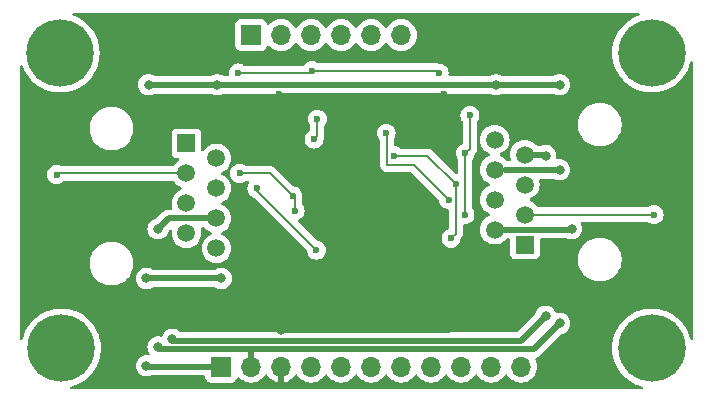
<source format=gbr>
%TF.GenerationSoftware,KiCad,Pcbnew,8.0.3*%
%TF.CreationDate,2024-06-22T22:44:29-05:00*%
%TF.ProjectId,RS485_breakout,52533438-355f-4627-9265-616b6f75742e,rev?*%
%TF.SameCoordinates,Original*%
%TF.FileFunction,Copper,L2,Bot*%
%TF.FilePolarity,Positive*%
%FSLAX46Y46*%
G04 Gerber Fmt 4.6, Leading zero omitted, Abs format (unit mm)*
G04 Created by KiCad (PCBNEW 8.0.3) date 2024-06-22 22:44:29*
%MOMM*%
%LPD*%
G01*
G04 APERTURE LIST*
%TA.AperFunction,ComponentPad*%
%ADD10R,1.700000X1.700000*%
%TD*%
%TA.AperFunction,ComponentPad*%
%ADD11O,1.700000X1.700000*%
%TD*%
%TA.AperFunction,ComponentPad*%
%ADD12C,5.700000*%
%TD*%
%TA.AperFunction,ComponentPad*%
%ADD13R,1.500000X1.500000*%
%TD*%
%TA.AperFunction,ComponentPad*%
%ADD14C,1.500000*%
%TD*%
%TA.AperFunction,ViaPad*%
%ADD15C,0.600000*%
%TD*%
%TA.AperFunction,ViaPad*%
%ADD16C,0.800000*%
%TD*%
%TA.AperFunction,Conductor*%
%ADD17C,0.500000*%
%TD*%
%TA.AperFunction,Conductor*%
%ADD18C,0.200000*%
%TD*%
G04 APERTURE END LIST*
D10*
%TO.P,J2,1,Pin_1*%
%TO.N,/A0*%
X132080000Y-71000000D03*
D11*
%TO.P,J2,2,Pin_2*%
%TO.N,/B0*%
X134620000Y-71000000D03*
%TO.P,J2,3,Pin_3*%
%TO.N,GND*%
X137160000Y-71000000D03*
%TO.P,J2,4,Pin_4*%
%TO.N,/A1*%
X139700000Y-71000000D03*
%TO.P,J2,5,Pin_5*%
%TO.N,/B1*%
X142240000Y-71000000D03*
%TO.P,J2,6,Pin_6*%
%TO.N,GND*%
X144780000Y-71000000D03*
%TD*%
D10*
%TO.P,J3,1,Pin_1*%
%TO.N,+BAT1*%
X129540000Y-99060000D03*
D11*
%TO.P,J3,2,Pin_2*%
%TO.N,+BAT2*%
X132080000Y-99060000D03*
%TO.P,J3,3,Pin_3*%
%TO.N,+3V3*%
X134620000Y-99060000D03*
%TO.P,J3,4,Pin_4*%
%TO.N,/RX0*%
X137160000Y-99060000D03*
%TO.P,J3,5,Pin_5*%
%TO.N,/TXEN0*%
X139700000Y-99060000D03*
%TO.P,J3,6,Pin_6*%
%TO.N,/TX0*%
X142240000Y-99060000D03*
%TO.P,J3,7,Pin_7*%
%TO.N,/RX1*%
X144780000Y-99060000D03*
%TO.P,J3,8,Pin_8*%
%TO.N,/TXEN1*%
X147320000Y-99060000D03*
%TO.P,J3,9,Pin_9*%
%TO.N,/TX1*%
X149860000Y-99060000D03*
%TO.P,J3,10,Pin_10*%
%TO.N,GND*%
X152400000Y-99060000D03*
%TO.P,J3,11,Pin_11*%
%TO.N,GND2*%
X154940000Y-99060000D03*
%TD*%
D12*
%TO.P,H1,1,1*%
%TO.N,GND*%
X115900000Y-72500000D03*
%TD*%
D13*
%TO.P,J1,1*%
%TO.N,GND2*%
X155250000Y-88732500D03*
D14*
%TO.P,J1,2*%
%TO.N,+BAT1*%
X152710000Y-87462500D03*
%TO.P,J1,3*%
%TO.N,GND*%
X155250000Y-86192500D03*
%TO.P,J1,4*%
%TO.N,/B1*%
X152710000Y-84922500D03*
%TO.P,J1,5*%
%TO.N,/A1*%
X155250000Y-83652500D03*
%TO.P,J1,6*%
%TO.N,+BAT2*%
X152710000Y-82382500D03*
%TO.P,J1,7*%
%TO.N,GND2*%
X155250000Y-81112500D03*
%TO.P,J1,8*%
%TO.N,+BAT1*%
X152710000Y-79842500D03*
%TD*%
D12*
%TO.P,H4,1,1*%
%TO.N,GND*%
X166000000Y-97500000D03*
%TD*%
%TO.P,H2,1,1*%
%TO.N,GND*%
X166000000Y-72500000D03*
%TD*%
%TO.P,H3,1,1*%
%TO.N,GND*%
X116000000Y-97500000D03*
%TD*%
D13*
%TO.P,J0,1*%
%TO.N,GND2*%
X126600000Y-80167500D03*
D14*
%TO.P,J0,2*%
%TO.N,+BAT1*%
X129140000Y-81437500D03*
%TO.P,J0,3*%
%TO.N,GND*%
X126600000Y-82707500D03*
%TO.P,J0,4*%
%TO.N,/B0*%
X129140000Y-83977500D03*
%TO.P,J0,5*%
%TO.N,/A0*%
X126600000Y-85247500D03*
%TO.P,J0,6*%
%TO.N,+BAT2*%
X129140000Y-86517500D03*
%TO.P,J0,7*%
%TO.N,GND2*%
X126600000Y-87787500D03*
%TO.P,J0,8*%
%TO.N,+BAT1*%
X129140000Y-89057500D03*
%TD*%
D15*
%TO.N,GND*%
X115600000Y-82800000D03*
X147990000Y-74210000D03*
X166200000Y-86200000D03*
X150200000Y-86200000D03*
X135800000Y-85847500D03*
X137200000Y-74000000D03*
X150600000Y-77800000D03*
X135600000Y-84600000D03*
X131000000Y-74200000D03*
X150200000Y-81000000D03*
X131092500Y-82707500D03*
%TO.N,/B0*%
X137400000Y-79800000D03*
X137600000Y-89200000D03*
X137680515Y-78119485D03*
X132560000Y-83977500D03*
%TO.N,/B1*%
X148800000Y-84922500D03*
X143500000Y-79300000D03*
%TO.N,/A1*%
X149000000Y-88200000D03*
X149400000Y-83600000D03*
X144200000Y-81200000D03*
%TO.N,+3V3*%
X135600000Y-96000000D03*
X151200000Y-82200000D03*
D16*
X134600000Y-96000000D03*
D15*
X148400000Y-76000000D03*
X149600000Y-90400000D03*
X134400000Y-76000000D03*
D16*
%TO.N,GND2*%
X157000000Y-94800000D03*
X157000000Y-81200000D03*
X125400000Y-96740000D03*
%TO.N,+BAT2*%
X124200000Y-87400000D03*
X124200000Y-97400000D03*
X158200000Y-95400000D03*
X158200000Y-82400000D03*
%TO.N,+BAT1*%
X159200000Y-87400000D03*
X129540000Y-91600000D03*
X123200000Y-91600000D03*
X158200000Y-75200000D03*
X123400000Y-75200000D03*
X152800000Y-75200000D03*
X123200000Y-99000000D03*
X129200000Y-75200000D03*
%TD*%
D17*
%TO.N,+BAT2*%
X132080000Y-97670000D02*
X132000000Y-97590000D01*
X132080000Y-99060000D02*
X132080000Y-97670000D01*
X132000000Y-97590000D02*
X156010000Y-97590000D01*
X130610000Y-97590000D02*
X132000000Y-97590000D01*
D18*
%TO.N,GND*%
X115692500Y-82707500D02*
X115600000Y-82800000D01*
X135600000Y-84600000D02*
X133707500Y-82707500D01*
X135800000Y-84800000D02*
X135600000Y-84600000D01*
X147780000Y-74000000D02*
X147990000Y-74210000D01*
X166192500Y-86192500D02*
X166200000Y-86200000D01*
X155250000Y-86192500D02*
X166192500Y-86192500D01*
X137000000Y-74200000D02*
X137200000Y-74000000D01*
X150200000Y-81000000D02*
X150200000Y-86200000D01*
X133707500Y-82707500D02*
X131092500Y-82707500D01*
X150600000Y-77800000D02*
X150600000Y-80600000D01*
X135800000Y-85847500D02*
X135800000Y-84800000D01*
X126600000Y-82707500D02*
X115692500Y-82707500D01*
X137200000Y-74000000D02*
X147780000Y-74000000D01*
X131000000Y-74200000D02*
X137000000Y-74200000D01*
X150600000Y-80600000D02*
X150200000Y-81000000D01*
%TO.N,/B0*%
X137680515Y-78119485D02*
X137680515Y-79519485D01*
X137680515Y-79519485D02*
X137400000Y-79800000D01*
X137600000Y-89200000D02*
X132560000Y-84160000D01*
%TO.N,/B1*%
X148800000Y-84922500D02*
X145877500Y-82000000D01*
X143600000Y-79400000D02*
X143500000Y-79300000D01*
X143600000Y-82000000D02*
X143600000Y-79400000D01*
X145877500Y-82000000D02*
X143600000Y-82000000D01*
%TO.N,/A1*%
X147000000Y-81200000D02*
X149400000Y-83600000D01*
X149400000Y-87800000D02*
X149000000Y-88200000D01*
X144200000Y-81200000D02*
X147000000Y-81200000D01*
X149400000Y-83600000D02*
X149400000Y-87800000D01*
D17*
%TO.N,+3V3*%
X143400000Y-96000000D02*
X148800000Y-96000000D01*
X148800000Y-96000000D02*
X151200000Y-93600000D01*
X135600000Y-96000000D02*
X143400000Y-96000000D01*
X151200000Y-90400000D02*
X151200000Y-82200000D01*
X151200000Y-93600000D02*
X151200000Y-90400000D01*
D18*
X149600000Y-90400000D02*
X151200000Y-90400000D01*
X134400000Y-76000000D02*
X148400000Y-76000000D01*
D17*
X134600000Y-96000000D02*
X135600000Y-96000000D01*
%TO.N,GND2*%
X157000000Y-94800000D02*
X154910000Y-96890000D01*
X156912500Y-81112500D02*
X157000000Y-81200000D01*
X155250000Y-81112500D02*
X156912500Y-81112500D01*
X150800000Y-96890000D02*
X125550000Y-96890000D01*
X154910000Y-96890000D02*
X150800000Y-96890000D01*
X125550000Y-96890000D02*
X125400000Y-96740000D01*
%TO.N,+BAT2*%
X156010000Y-97590000D02*
X158200000Y-95400000D01*
X158200000Y-82400000D02*
X153600000Y-82400000D01*
X130610000Y-97590000D02*
X124390000Y-97590000D01*
X125082500Y-86517500D02*
X124200000Y-87400000D01*
X124390000Y-97590000D02*
X124200000Y-97400000D01*
X129140000Y-86517500D02*
X125082500Y-86517500D01*
%TO.N,+BAT1*%
X151400000Y-75200000D02*
X152800000Y-75200000D01*
X129540000Y-91600000D02*
X123400000Y-91600000D01*
X123400000Y-75200000D02*
X129200000Y-75200000D01*
X129200000Y-75200000D02*
X151400000Y-75200000D01*
X159137500Y-87462500D02*
X159200000Y-87400000D01*
X151400000Y-75200000D02*
X158200000Y-75200000D01*
X123260000Y-99060000D02*
X123200000Y-99000000D01*
X125260000Y-99060000D02*
X123260000Y-99060000D01*
X152710000Y-87462500D02*
X159137500Y-87462500D01*
X129540000Y-99060000D02*
X125260000Y-99060000D01*
%TD*%
%TA.AperFunction,Conductor*%
%TO.N,+3V3*%
G36*
X164906813Y-69120185D02*
G01*
X164952568Y-69172989D01*
X164962512Y-69242147D01*
X164933487Y-69305703D01*
X164879368Y-69342008D01*
X164758031Y-69382892D01*
X164758028Y-69382893D01*
X164758020Y-69382896D01*
X164428300Y-69535440D01*
X164428296Y-69535442D01*
X164238730Y-69649501D01*
X164116981Y-69722755D01*
X164027332Y-69790903D01*
X163827755Y-69942617D01*
X163827745Y-69942625D01*
X163563978Y-70192479D01*
X163328772Y-70469386D01*
X163124884Y-70770098D01*
X163124878Y-70770107D01*
X162954706Y-71091086D01*
X162954700Y-71091098D01*
X162820226Y-71428603D01*
X162820221Y-71428618D01*
X162723030Y-71778670D01*
X162723024Y-71778696D01*
X162664250Y-72137200D01*
X162664248Y-72137217D01*
X162644579Y-72499997D01*
X162644579Y-72500002D01*
X162664248Y-72862782D01*
X162664250Y-72862799D01*
X162723024Y-73221303D01*
X162723030Y-73221329D01*
X162820221Y-73571381D01*
X162820226Y-73571396D01*
X162954700Y-73908901D01*
X162954706Y-73908913D01*
X163124878Y-74229892D01*
X163124884Y-74229901D01*
X163328772Y-74530613D01*
X163445287Y-74667785D01*
X163563979Y-74807521D01*
X163827746Y-75057375D01*
X164116981Y-75277245D01*
X164428292Y-75464555D01*
X164428294Y-75464556D01*
X164428296Y-75464557D01*
X164428300Y-75464559D01*
X164652484Y-75568277D01*
X164758031Y-75617108D01*
X165102330Y-75733116D01*
X165457153Y-75811218D01*
X165818341Y-75850500D01*
X165818347Y-75850500D01*
X166181653Y-75850500D01*
X166181659Y-75850500D01*
X166542847Y-75811218D01*
X166897670Y-75733116D01*
X167241969Y-75617108D01*
X167571708Y-75464555D01*
X167883019Y-75277245D01*
X168172254Y-75057375D01*
X168436021Y-74807521D01*
X168671227Y-74530614D01*
X168875117Y-74229900D01*
X169045298Y-73908905D01*
X169179775Y-73571391D01*
X169180110Y-73570184D01*
X169256020Y-73296783D01*
X169292922Y-73237453D01*
X169356042Y-73207492D01*
X169425340Y-73216413D01*
X169478814Y-73261383D01*
X169499486Y-73328124D01*
X169499500Y-73329956D01*
X169499500Y-96670043D01*
X169479815Y-96737082D01*
X169427011Y-96782837D01*
X169357853Y-96792781D01*
X169294297Y-96763756D01*
X169256523Y-96704978D01*
X169256020Y-96703217D01*
X169179776Y-96428614D01*
X169179773Y-96428603D01*
X169050113Y-96103181D01*
X169045298Y-96091095D01*
X168961065Y-95932214D01*
X168875121Y-95770107D01*
X168875119Y-95770104D01*
X168875117Y-95770100D01*
X168671227Y-95469386D01*
X168436021Y-95192479D01*
X168172254Y-94942625D01*
X168172244Y-94942617D01*
X168073802Y-94867784D01*
X167883019Y-94722755D01*
X167571708Y-94535445D01*
X167571707Y-94535444D01*
X167571703Y-94535442D01*
X167571699Y-94535440D01*
X167241979Y-94382896D01*
X167241974Y-94382894D01*
X167241969Y-94382892D01*
X167074143Y-94326344D01*
X166897669Y-94266883D01*
X166542845Y-94188781D01*
X166181660Y-94149500D01*
X166181659Y-94149500D01*
X165818341Y-94149500D01*
X165818339Y-94149500D01*
X165457154Y-94188781D01*
X165102330Y-94266883D01*
X164836178Y-94356560D01*
X164758031Y-94382892D01*
X164758028Y-94382893D01*
X164758020Y-94382896D01*
X164428300Y-94535440D01*
X164428296Y-94535442D01*
X164294656Y-94615851D01*
X164116981Y-94722755D01*
X164027332Y-94790903D01*
X163827755Y-94942617D01*
X163827745Y-94942625D01*
X163563978Y-95192479D01*
X163328772Y-95469386D01*
X163124884Y-95770098D01*
X163124878Y-95770107D01*
X162954706Y-96091086D01*
X162954700Y-96091098D01*
X162820226Y-96428603D01*
X162820221Y-96428618D01*
X162723030Y-96778670D01*
X162723024Y-96778696D01*
X162664250Y-97137200D01*
X162664248Y-97137217D01*
X162644579Y-97499997D01*
X162644579Y-97500002D01*
X162664248Y-97862782D01*
X162664250Y-97862799D01*
X162723024Y-98221303D01*
X162723030Y-98221329D01*
X162820221Y-98571381D01*
X162820226Y-98571396D01*
X162954700Y-98908901D01*
X162954706Y-98908913D01*
X163124878Y-99229892D01*
X163124881Y-99229897D01*
X163124883Y-99229900D01*
X163169299Y-99295408D01*
X163328772Y-99530613D01*
X163511589Y-99745842D01*
X163563979Y-99807521D01*
X163827746Y-100057375D01*
X164116981Y-100277245D01*
X164428292Y-100464555D01*
X164428294Y-100464556D01*
X164428296Y-100464557D01*
X164428300Y-100464559D01*
X164688369Y-100584879D01*
X164758031Y-100617108D01*
X165102330Y-100733116D01*
X165199020Y-100754399D01*
X165260261Y-100788035D01*
X165293595Y-100849440D01*
X165288439Y-100919119D01*
X165246430Y-100974950D01*
X165180906Y-100999205D01*
X165172364Y-100999500D01*
X116827636Y-100999500D01*
X116760597Y-100979815D01*
X116714842Y-100927011D01*
X116704898Y-100857853D01*
X116733923Y-100794297D01*
X116792701Y-100756523D01*
X116800980Y-100754399D01*
X116821455Y-100749892D01*
X116897670Y-100733116D01*
X117241969Y-100617108D01*
X117571708Y-100464555D01*
X117883019Y-100277245D01*
X118172254Y-100057375D01*
X118436021Y-99807521D01*
X118671227Y-99530614D01*
X118875117Y-99229900D01*
X118997002Y-99000000D01*
X122294540Y-99000000D01*
X122314326Y-99188256D01*
X122314327Y-99188259D01*
X122372818Y-99368277D01*
X122372821Y-99368284D01*
X122467467Y-99532216D01*
X122555520Y-99630008D01*
X122594129Y-99672888D01*
X122747265Y-99784148D01*
X122747270Y-99784151D01*
X122920192Y-99861142D01*
X122920197Y-99861144D01*
X123105354Y-99900500D01*
X123105355Y-99900500D01*
X123294644Y-99900500D01*
X123294646Y-99900500D01*
X123479803Y-99861144D01*
X123524825Y-99841098D01*
X123569471Y-99821221D01*
X123619907Y-99810500D01*
X125186082Y-99810500D01*
X128065501Y-99810500D01*
X128132540Y-99830185D01*
X128178295Y-99882989D01*
X128189501Y-99934500D01*
X128189501Y-99957876D01*
X128195908Y-100017483D01*
X128246202Y-100152328D01*
X128246206Y-100152335D01*
X128332452Y-100267544D01*
X128332455Y-100267547D01*
X128447664Y-100353793D01*
X128447671Y-100353797D01*
X128582517Y-100404091D01*
X128582516Y-100404091D01*
X128589444Y-100404835D01*
X128642127Y-100410500D01*
X130437872Y-100410499D01*
X130497483Y-100404091D01*
X130632331Y-100353796D01*
X130747546Y-100267546D01*
X130833796Y-100152331D01*
X130882810Y-100020916D01*
X130924681Y-99964984D01*
X130990145Y-99940566D01*
X131058418Y-99955417D01*
X131086673Y-99976569D01*
X131208599Y-100098495D01*
X131305384Y-100166265D01*
X131402165Y-100234032D01*
X131402167Y-100234033D01*
X131402170Y-100234035D01*
X131616337Y-100333903D01*
X131844592Y-100395063D01*
X132021034Y-100410500D01*
X132079999Y-100415659D01*
X132080000Y-100415659D01*
X132080001Y-100415659D01*
X132138966Y-100410500D01*
X132315408Y-100395063D01*
X132543663Y-100333903D01*
X132757830Y-100234035D01*
X132951401Y-100098495D01*
X133118495Y-99931401D01*
X133248730Y-99745405D01*
X133303307Y-99701781D01*
X133372805Y-99694587D01*
X133435160Y-99726110D01*
X133451879Y-99745405D01*
X133581890Y-99931078D01*
X133748917Y-100098105D01*
X133942421Y-100233600D01*
X134156507Y-100333429D01*
X134156516Y-100333433D01*
X134370000Y-100390634D01*
X134370000Y-99493012D01*
X134427007Y-99525925D01*
X134554174Y-99560000D01*
X134685826Y-99560000D01*
X134812993Y-99525925D01*
X134870000Y-99493012D01*
X134870000Y-100390633D01*
X135083483Y-100333433D01*
X135083492Y-100333429D01*
X135297578Y-100233600D01*
X135491082Y-100098105D01*
X135658105Y-99931082D01*
X135788119Y-99745405D01*
X135842696Y-99701781D01*
X135912195Y-99694588D01*
X135974549Y-99726110D01*
X135991269Y-99745405D01*
X136121505Y-99931401D01*
X136288599Y-100098495D01*
X136385384Y-100166265D01*
X136482165Y-100234032D01*
X136482167Y-100234033D01*
X136482170Y-100234035D01*
X136696337Y-100333903D01*
X136924592Y-100395063D01*
X137101034Y-100410500D01*
X137159999Y-100415659D01*
X137160000Y-100415659D01*
X137160001Y-100415659D01*
X137218966Y-100410500D01*
X137395408Y-100395063D01*
X137623663Y-100333903D01*
X137837830Y-100234035D01*
X138031401Y-100098495D01*
X138198495Y-99931401D01*
X138328425Y-99745842D01*
X138383002Y-99702217D01*
X138452500Y-99695023D01*
X138514855Y-99726546D01*
X138531575Y-99745842D01*
X138661500Y-99931395D01*
X138661505Y-99931401D01*
X138828599Y-100098495D01*
X138925384Y-100166265D01*
X139022165Y-100234032D01*
X139022167Y-100234033D01*
X139022170Y-100234035D01*
X139236337Y-100333903D01*
X139464592Y-100395063D01*
X139641034Y-100410500D01*
X139699999Y-100415659D01*
X139700000Y-100415659D01*
X139700001Y-100415659D01*
X139758966Y-100410500D01*
X139935408Y-100395063D01*
X140163663Y-100333903D01*
X140377830Y-100234035D01*
X140571401Y-100098495D01*
X140738495Y-99931401D01*
X140868425Y-99745842D01*
X140923002Y-99702217D01*
X140992500Y-99695023D01*
X141054855Y-99726546D01*
X141071575Y-99745842D01*
X141201500Y-99931395D01*
X141201505Y-99931401D01*
X141368599Y-100098495D01*
X141465384Y-100166265D01*
X141562165Y-100234032D01*
X141562167Y-100234033D01*
X141562170Y-100234035D01*
X141776337Y-100333903D01*
X142004592Y-100395063D01*
X142181034Y-100410500D01*
X142239999Y-100415659D01*
X142240000Y-100415659D01*
X142240001Y-100415659D01*
X142298966Y-100410500D01*
X142475408Y-100395063D01*
X142703663Y-100333903D01*
X142917830Y-100234035D01*
X143111401Y-100098495D01*
X143278495Y-99931401D01*
X143408425Y-99745842D01*
X143463002Y-99702217D01*
X143532500Y-99695023D01*
X143594855Y-99726546D01*
X143611575Y-99745842D01*
X143741500Y-99931395D01*
X143741505Y-99931401D01*
X143908599Y-100098495D01*
X144005384Y-100166265D01*
X144102165Y-100234032D01*
X144102167Y-100234033D01*
X144102170Y-100234035D01*
X144316337Y-100333903D01*
X144544592Y-100395063D01*
X144721034Y-100410500D01*
X144779999Y-100415659D01*
X144780000Y-100415659D01*
X144780001Y-100415659D01*
X144838966Y-100410500D01*
X145015408Y-100395063D01*
X145243663Y-100333903D01*
X145457830Y-100234035D01*
X145651401Y-100098495D01*
X145818495Y-99931401D01*
X145948425Y-99745842D01*
X146003002Y-99702217D01*
X146072500Y-99695023D01*
X146134855Y-99726546D01*
X146151575Y-99745842D01*
X146281500Y-99931395D01*
X146281505Y-99931401D01*
X146448599Y-100098495D01*
X146545384Y-100166265D01*
X146642165Y-100234032D01*
X146642167Y-100234033D01*
X146642170Y-100234035D01*
X146856337Y-100333903D01*
X147084592Y-100395063D01*
X147261034Y-100410500D01*
X147319999Y-100415659D01*
X147320000Y-100415659D01*
X147320001Y-100415659D01*
X147378966Y-100410500D01*
X147555408Y-100395063D01*
X147783663Y-100333903D01*
X147997830Y-100234035D01*
X148191401Y-100098495D01*
X148358495Y-99931401D01*
X148488425Y-99745842D01*
X148543002Y-99702217D01*
X148612500Y-99695023D01*
X148674855Y-99726546D01*
X148691575Y-99745842D01*
X148821500Y-99931395D01*
X148821505Y-99931401D01*
X148988599Y-100098495D01*
X149085384Y-100166265D01*
X149182165Y-100234032D01*
X149182167Y-100234033D01*
X149182170Y-100234035D01*
X149396337Y-100333903D01*
X149624592Y-100395063D01*
X149801034Y-100410500D01*
X149859999Y-100415659D01*
X149860000Y-100415659D01*
X149860001Y-100415659D01*
X149918966Y-100410500D01*
X150095408Y-100395063D01*
X150323663Y-100333903D01*
X150537830Y-100234035D01*
X150731401Y-100098495D01*
X150898495Y-99931401D01*
X151028425Y-99745842D01*
X151083002Y-99702217D01*
X151152500Y-99695023D01*
X151214855Y-99726546D01*
X151231575Y-99745842D01*
X151361500Y-99931395D01*
X151361505Y-99931401D01*
X151528599Y-100098495D01*
X151625384Y-100166265D01*
X151722165Y-100234032D01*
X151722167Y-100234033D01*
X151722170Y-100234035D01*
X151936337Y-100333903D01*
X152164592Y-100395063D01*
X152341034Y-100410500D01*
X152399999Y-100415659D01*
X152400000Y-100415659D01*
X152400001Y-100415659D01*
X152458966Y-100410500D01*
X152635408Y-100395063D01*
X152863663Y-100333903D01*
X153077830Y-100234035D01*
X153271401Y-100098495D01*
X153438495Y-99931401D01*
X153568425Y-99745842D01*
X153623002Y-99702217D01*
X153692500Y-99695023D01*
X153754855Y-99726546D01*
X153771575Y-99745842D01*
X153901500Y-99931395D01*
X153901505Y-99931401D01*
X154068599Y-100098495D01*
X154165384Y-100166265D01*
X154262165Y-100234032D01*
X154262167Y-100234033D01*
X154262170Y-100234035D01*
X154476337Y-100333903D01*
X154704592Y-100395063D01*
X154881034Y-100410500D01*
X154939999Y-100415659D01*
X154940000Y-100415659D01*
X154940001Y-100415659D01*
X154998966Y-100410500D01*
X155175408Y-100395063D01*
X155403663Y-100333903D01*
X155617830Y-100234035D01*
X155811401Y-100098495D01*
X155978495Y-99931401D01*
X156114035Y-99737830D01*
X156213903Y-99523663D01*
X156275063Y-99295408D01*
X156295659Y-99060000D01*
X156275063Y-98824592D01*
X156213903Y-98596337D01*
X156159815Y-98480347D01*
X156149324Y-98411272D01*
X156177843Y-98347488D01*
X156224746Y-98313382D01*
X156228903Y-98311659D01*
X156228913Y-98311658D01*
X156365495Y-98255084D01*
X156414729Y-98222186D01*
X156416032Y-98221316D01*
X156439071Y-98205921D01*
X156488416Y-98172952D01*
X158352771Y-96308595D01*
X158414092Y-96275112D01*
X158414448Y-96275034D01*
X158479803Y-96261144D01*
X158652730Y-96184151D01*
X158805871Y-96072888D01*
X158932533Y-95932216D01*
X159027179Y-95768284D01*
X159085674Y-95588256D01*
X159105460Y-95400000D01*
X159085674Y-95211744D01*
X159027179Y-95031716D01*
X158932533Y-94867784D01*
X158805871Y-94727112D01*
X158799873Y-94722754D01*
X158652734Y-94615851D01*
X158652729Y-94615848D01*
X158479807Y-94538857D01*
X158479802Y-94538855D01*
X158334001Y-94507865D01*
X158294646Y-94499500D01*
X158105354Y-94499500D01*
X157974959Y-94527215D01*
X157905293Y-94521899D01*
X157849560Y-94479761D01*
X157831248Y-94444240D01*
X157827180Y-94431720D01*
X157827180Y-94431719D01*
X157827179Y-94431716D01*
X157732533Y-94267784D01*
X157605871Y-94127112D01*
X157605870Y-94127111D01*
X157452734Y-94015851D01*
X157452729Y-94015848D01*
X157279807Y-93938857D01*
X157279802Y-93938855D01*
X157134001Y-93907865D01*
X157094646Y-93899500D01*
X156905354Y-93899500D01*
X156872897Y-93906398D01*
X156720197Y-93938855D01*
X156720192Y-93938857D01*
X156547270Y-94015848D01*
X156547265Y-94015851D01*
X156394129Y-94127111D01*
X156267468Y-94267783D01*
X156267466Y-94267784D01*
X156172821Y-94431715D01*
X156172819Y-94431719D01*
X156117478Y-94602041D01*
X156087228Y-94651403D01*
X154635451Y-96103181D01*
X154574128Y-96136666D01*
X154547770Y-96139500D01*
X126126258Y-96139500D01*
X126059219Y-96119815D01*
X126034109Y-96098473D01*
X126005871Y-96067112D01*
X126005864Y-96067106D01*
X125852734Y-95955851D01*
X125852729Y-95955848D01*
X125679807Y-95878857D01*
X125679802Y-95878855D01*
X125534001Y-95847865D01*
X125494646Y-95839500D01*
X125305354Y-95839500D01*
X125272897Y-95846398D01*
X125120197Y-95878855D01*
X125120192Y-95878857D01*
X124947270Y-95955848D01*
X124947265Y-95955851D01*
X124794129Y-96067111D01*
X124667466Y-96207785D01*
X124572821Y-96371715D01*
X124572819Y-96371719D01*
X124550514Y-96440368D01*
X124511076Y-96498043D01*
X124446717Y-96525241D01*
X124406803Y-96523339D01*
X124294646Y-96499500D01*
X124105354Y-96499500D01*
X124072897Y-96506398D01*
X123920197Y-96538855D01*
X123920192Y-96538857D01*
X123747270Y-96615848D01*
X123747265Y-96615851D01*
X123594129Y-96727111D01*
X123467466Y-96867785D01*
X123372821Y-97031715D01*
X123372818Y-97031722D01*
X123338541Y-97137217D01*
X123314326Y-97211744D01*
X123294540Y-97400000D01*
X123314326Y-97588256D01*
X123314327Y-97588259D01*
X123372818Y-97768277D01*
X123372820Y-97768281D01*
X123372821Y-97768284D01*
X123390833Y-97799481D01*
X123462480Y-97923579D01*
X123478952Y-97991479D01*
X123456099Y-98057506D01*
X123401177Y-98100696D01*
X123331624Y-98107337D01*
X123329368Y-98106880D01*
X123294646Y-98099500D01*
X123105354Y-98099500D01*
X123072897Y-98106398D01*
X122920197Y-98138855D01*
X122920192Y-98138857D01*
X122747270Y-98215848D01*
X122747265Y-98215851D01*
X122594129Y-98327111D01*
X122467466Y-98467785D01*
X122372821Y-98631715D01*
X122372818Y-98631722D01*
X122314327Y-98811740D01*
X122314326Y-98811744D01*
X122294540Y-99000000D01*
X118997002Y-99000000D01*
X119045298Y-98908905D01*
X119179775Y-98571391D01*
X119191273Y-98529981D01*
X119241941Y-98347488D01*
X119276973Y-98221316D01*
X119296944Y-98099500D01*
X119335749Y-97862799D01*
X119335751Y-97862782D01*
X119355421Y-97500002D01*
X119355421Y-97499997D01*
X119335751Y-97137217D01*
X119335749Y-97137200D01*
X119276975Y-96778696D01*
X119276974Y-96778695D01*
X119276973Y-96778684D01*
X119214622Y-96554115D01*
X119179778Y-96428618D01*
X119179773Y-96428603D01*
X119050113Y-96103181D01*
X119045298Y-96091095D01*
X118961065Y-95932214D01*
X118875121Y-95770107D01*
X118875119Y-95770104D01*
X118875117Y-95770100D01*
X118671227Y-95469386D01*
X118436021Y-95192479D01*
X118172254Y-94942625D01*
X118172244Y-94942617D01*
X118073802Y-94867784D01*
X117883019Y-94722755D01*
X117571708Y-94535445D01*
X117571707Y-94535444D01*
X117571703Y-94535442D01*
X117571699Y-94535440D01*
X117241979Y-94382896D01*
X117241974Y-94382894D01*
X117241969Y-94382892D01*
X117074143Y-94326344D01*
X116897669Y-94266883D01*
X116542845Y-94188781D01*
X116181660Y-94149500D01*
X116181659Y-94149500D01*
X115818341Y-94149500D01*
X115818339Y-94149500D01*
X115457154Y-94188781D01*
X115102330Y-94266883D01*
X114836178Y-94356560D01*
X114758031Y-94382892D01*
X114758028Y-94382893D01*
X114758020Y-94382896D01*
X114428300Y-94535440D01*
X114428296Y-94535442D01*
X114294656Y-94615851D01*
X114116981Y-94722755D01*
X114027332Y-94790903D01*
X113827755Y-94942617D01*
X113827745Y-94942625D01*
X113563978Y-95192479D01*
X113328772Y-95469386D01*
X113124884Y-95770098D01*
X113124878Y-95770107D01*
X112954706Y-96091086D01*
X112954700Y-96091098D01*
X112820226Y-96428603D01*
X112820223Y-96428614D01*
X112743980Y-96703217D01*
X112707078Y-96762546D01*
X112643958Y-96792507D01*
X112574660Y-96783586D01*
X112521186Y-96738616D01*
X112500514Y-96671875D01*
X112500500Y-96670043D01*
X112500500Y-90206211D01*
X118399500Y-90206211D01*
X118399500Y-90448788D01*
X118431161Y-90689285D01*
X118493947Y-90923604D01*
X118539173Y-91032789D01*
X118586776Y-91147712D01*
X118708064Y-91357789D01*
X118708066Y-91357792D01*
X118708067Y-91357793D01*
X118855733Y-91550236D01*
X118855739Y-91550243D01*
X119027256Y-91721760D01*
X119027262Y-91721765D01*
X119219711Y-91869436D01*
X119429788Y-91990724D01*
X119653900Y-92083554D01*
X119888211Y-92146338D01*
X120068586Y-92170084D01*
X120128711Y-92178000D01*
X120128712Y-92178000D01*
X120371289Y-92178000D01*
X120419388Y-92171667D01*
X120611789Y-92146338D01*
X120846100Y-92083554D01*
X121070212Y-91990724D01*
X121280289Y-91869436D01*
X121472738Y-91721765D01*
X121594503Y-91600000D01*
X122294540Y-91600000D01*
X122314326Y-91788256D01*
X122314327Y-91788259D01*
X122372818Y-91968277D01*
X122372821Y-91968284D01*
X122467467Y-92132216D01*
X122594129Y-92272888D01*
X122747265Y-92384148D01*
X122747270Y-92384151D01*
X122920192Y-92461142D01*
X122920197Y-92461144D01*
X123105354Y-92500500D01*
X123105355Y-92500500D01*
X123294644Y-92500500D01*
X123294646Y-92500500D01*
X123479803Y-92461144D01*
X123652730Y-92384151D01*
X123654776Y-92382664D01*
X123666452Y-92374182D01*
X123732258Y-92350702D01*
X123739337Y-92350500D01*
X129000663Y-92350500D01*
X129067702Y-92370185D01*
X129073548Y-92374182D01*
X129087265Y-92384148D01*
X129087270Y-92384151D01*
X129260192Y-92461142D01*
X129260197Y-92461144D01*
X129445354Y-92500500D01*
X129445355Y-92500500D01*
X129634644Y-92500500D01*
X129634646Y-92500500D01*
X129819803Y-92461144D01*
X129992730Y-92384151D01*
X130145871Y-92272888D01*
X130272533Y-92132216D01*
X130367179Y-91968284D01*
X130425674Y-91788256D01*
X130445460Y-91600000D01*
X130425674Y-91411744D01*
X130367179Y-91231716D01*
X130272533Y-91067784D01*
X130145871Y-90927112D01*
X130141043Y-90923604D01*
X129992734Y-90815851D01*
X129992729Y-90815848D01*
X129819807Y-90738857D01*
X129819802Y-90738855D01*
X129674001Y-90707865D01*
X129634646Y-90699500D01*
X129445354Y-90699500D01*
X129412897Y-90706398D01*
X129260197Y-90738855D01*
X129260192Y-90738857D01*
X129087270Y-90815848D01*
X129087265Y-90815851D01*
X129073548Y-90825818D01*
X129007742Y-90849298D01*
X129000663Y-90849500D01*
X123739337Y-90849500D01*
X123672298Y-90829815D01*
X123666452Y-90825818D01*
X123652734Y-90815851D01*
X123652729Y-90815848D01*
X123479807Y-90738857D01*
X123479802Y-90738855D01*
X123334001Y-90707865D01*
X123294646Y-90699500D01*
X123105354Y-90699500D01*
X123072897Y-90706398D01*
X122920197Y-90738855D01*
X122920192Y-90738857D01*
X122747270Y-90815848D01*
X122747265Y-90815851D01*
X122594129Y-90927111D01*
X122467466Y-91067785D01*
X122372821Y-91231715D01*
X122372818Y-91231722D01*
X122314327Y-91411740D01*
X122314326Y-91411744D01*
X122294540Y-91600000D01*
X121594503Y-91600000D01*
X121644265Y-91550238D01*
X121791936Y-91357789D01*
X121913224Y-91147712D01*
X122006054Y-90923600D01*
X122068838Y-90689289D01*
X122100500Y-90448788D01*
X122100500Y-90206212D01*
X122068838Y-89965711D01*
X122006054Y-89731400D01*
X121913224Y-89507288D01*
X121791936Y-89297211D01*
X121717344Y-89200000D01*
X121644266Y-89104763D01*
X121644260Y-89104756D01*
X121472743Y-88933239D01*
X121472736Y-88933233D01*
X121280293Y-88785567D01*
X121280292Y-88785566D01*
X121280289Y-88785564D01*
X121070212Y-88664276D01*
X121016614Y-88642075D01*
X120846104Y-88571447D01*
X120611785Y-88508661D01*
X120371289Y-88477000D01*
X120371288Y-88477000D01*
X120128712Y-88477000D01*
X120128711Y-88477000D01*
X119888214Y-88508661D01*
X119653895Y-88571447D01*
X119429794Y-88664273D01*
X119429785Y-88664277D01*
X119219706Y-88785567D01*
X119027263Y-88933233D01*
X119027256Y-88933239D01*
X118855739Y-89104756D01*
X118855733Y-89104763D01*
X118708067Y-89297206D01*
X118586777Y-89507285D01*
X118586773Y-89507294D01*
X118493947Y-89731395D01*
X118431161Y-89965714D01*
X118399500Y-90206211D01*
X112500500Y-90206211D01*
X112500500Y-82799996D01*
X114794435Y-82799996D01*
X114794435Y-82800003D01*
X114814630Y-82979249D01*
X114814631Y-82979254D01*
X114874211Y-83149523D01*
X114944348Y-83261144D01*
X114970184Y-83302262D01*
X115097738Y-83429816D01*
X115161057Y-83469602D01*
X115206207Y-83497972D01*
X115250478Y-83525789D01*
X115418650Y-83584635D01*
X115420745Y-83585368D01*
X115420750Y-83585369D01*
X115599996Y-83605565D01*
X115600000Y-83605565D01*
X115600004Y-83605565D01*
X115779249Y-83585369D01*
X115779252Y-83585368D01*
X115779255Y-83585368D01*
X115949522Y-83525789D01*
X116102262Y-83429816D01*
X116187759Y-83344319D01*
X116249082Y-83310834D01*
X116275440Y-83308000D01*
X125429345Y-83308000D01*
X125496384Y-83327685D01*
X125530917Y-83360873D01*
X125638402Y-83514377D01*
X125793123Y-83669098D01*
X125972360Y-83794601D01*
X125972361Y-83794602D01*
X126123583Y-83865118D01*
X126176022Y-83911290D01*
X126195174Y-83978484D01*
X126174958Y-84045365D01*
X126123583Y-84089882D01*
X125972361Y-84160398D01*
X125972357Y-84160400D01*
X125793121Y-84285902D01*
X125638402Y-84440621D01*
X125512900Y-84619857D01*
X125512898Y-84619861D01*
X125420426Y-84818168D01*
X125420422Y-84818177D01*
X125363793Y-85029520D01*
X125363793Y-85029524D01*
X125344723Y-85247497D01*
X125344723Y-85247502D01*
X125346868Y-85272021D01*
X125363793Y-85465477D01*
X125392420Y-85572315D01*
X125402761Y-85610906D01*
X125401098Y-85680756D01*
X125361936Y-85738619D01*
X125297707Y-85766123D01*
X125282986Y-85767000D01*
X125008580Y-85767000D01*
X124863592Y-85795840D01*
X124863582Y-85795843D01*
X124727011Y-85852412D01*
X124726998Y-85852419D01*
X124604084Y-85934548D01*
X124604080Y-85934551D01*
X124047229Y-86491402D01*
X123985906Y-86524887D01*
X123985330Y-86525011D01*
X123920196Y-86538856D01*
X123920192Y-86538857D01*
X123747270Y-86615848D01*
X123747265Y-86615851D01*
X123594129Y-86727111D01*
X123467466Y-86867785D01*
X123372821Y-87031715D01*
X123372818Y-87031722D01*
X123335967Y-87145139D01*
X123314326Y-87211744D01*
X123294540Y-87400000D01*
X123314326Y-87588256D01*
X123314327Y-87588259D01*
X123372818Y-87768277D01*
X123372821Y-87768284D01*
X123467467Y-87932216D01*
X123547179Y-88020745D01*
X123594129Y-88072888D01*
X123747265Y-88184148D01*
X123747270Y-88184151D01*
X123920192Y-88261142D01*
X123920197Y-88261144D01*
X124105354Y-88300500D01*
X124105355Y-88300500D01*
X124294644Y-88300500D01*
X124294646Y-88300500D01*
X124479803Y-88261144D01*
X124652730Y-88184151D01*
X124805871Y-88072888D01*
X124932533Y-87932216D01*
X125027179Y-87768284D01*
X125082522Y-87597955D01*
X125112769Y-87548597D01*
X125148967Y-87512399D01*
X125210288Y-87478916D01*
X125279980Y-87483900D01*
X125335913Y-87525772D01*
X125360330Y-87591236D01*
X125360174Y-87610889D01*
X125344723Y-87787497D01*
X125344723Y-87787502D01*
X125350233Y-87850478D01*
X125357383Y-87932214D01*
X125363793Y-88005475D01*
X125363793Y-88005479D01*
X125420422Y-88216822D01*
X125420424Y-88216826D01*
X125420425Y-88216830D01*
X125452441Y-88285489D01*
X125512897Y-88415138D01*
X125523206Y-88429861D01*
X125638402Y-88594377D01*
X125793123Y-88749098D01*
X125972361Y-88874602D01*
X126170670Y-88967075D01*
X126382023Y-89023707D01*
X126564926Y-89039708D01*
X126599998Y-89042777D01*
X126600000Y-89042777D01*
X126600002Y-89042777D01*
X126628254Y-89040305D01*
X126817977Y-89023707D01*
X127029330Y-88967075D01*
X127227639Y-88874602D01*
X127406877Y-88749098D01*
X127561598Y-88594377D01*
X127687102Y-88415139D01*
X127779575Y-88216830D01*
X127836207Y-88005477D01*
X127855277Y-87787500D01*
X127836207Y-87569523D01*
X127797239Y-87424092D01*
X127798902Y-87354244D01*
X127838064Y-87296381D01*
X127902293Y-87268877D01*
X127917014Y-87268000D01*
X128074376Y-87268000D01*
X128141415Y-87287685D01*
X128175949Y-87320874D01*
X128178402Y-87324377D01*
X128333123Y-87479098D01*
X128512360Y-87604601D01*
X128512361Y-87604602D01*
X128663583Y-87675118D01*
X128716022Y-87721290D01*
X128735174Y-87788484D01*
X128714958Y-87855365D01*
X128663583Y-87899882D01*
X128512361Y-87970398D01*
X128512357Y-87970400D01*
X128333121Y-88095902D01*
X128178402Y-88250621D01*
X128052900Y-88429857D01*
X128052898Y-88429861D01*
X127960426Y-88628168D01*
X127960422Y-88628177D01*
X127903793Y-88839520D01*
X127903793Y-88839524D01*
X127887680Y-89023706D01*
X127884723Y-89057500D01*
X127901495Y-89249215D01*
X127903793Y-89275475D01*
X127903793Y-89275479D01*
X127960422Y-89486822D01*
X127960424Y-89486826D01*
X127960425Y-89486830D01*
X127980731Y-89530376D01*
X128052897Y-89685138D01*
X128052898Y-89685139D01*
X128178402Y-89864377D01*
X128333123Y-90019098D01*
X128512361Y-90144602D01*
X128710670Y-90237075D01*
X128922023Y-90293707D01*
X129104926Y-90309708D01*
X129139998Y-90312777D01*
X129140000Y-90312777D01*
X129140002Y-90312777D01*
X129168254Y-90310305D01*
X129357977Y-90293707D01*
X129569330Y-90237075D01*
X129767639Y-90144602D01*
X129946877Y-90019098D01*
X130101598Y-89864377D01*
X130227102Y-89685139D01*
X130319575Y-89486830D01*
X130376207Y-89275477D01*
X130395277Y-89057500D01*
X130392320Y-89023706D01*
X130390733Y-89005565D01*
X130376207Y-88839523D01*
X130319575Y-88628170D01*
X130227102Y-88429862D01*
X130227100Y-88429859D01*
X130227099Y-88429857D01*
X130101599Y-88250624D01*
X130034636Y-88183661D01*
X129946877Y-88095902D01*
X129767639Y-87970398D01*
X129616414Y-87899881D01*
X129563977Y-87853710D01*
X129544825Y-87786516D01*
X129565041Y-87719635D01*
X129616414Y-87675118D01*
X129767639Y-87604602D01*
X129946877Y-87479098D01*
X130101598Y-87324377D01*
X130227102Y-87145139D01*
X130319575Y-86946830D01*
X130376207Y-86735477D01*
X130395277Y-86517500D01*
X130376207Y-86299523D01*
X130319575Y-86088170D01*
X130227102Y-85889862D01*
X130227100Y-85889859D01*
X130227099Y-85889857D01*
X130101599Y-85710624D01*
X130027441Y-85636466D01*
X129946877Y-85555902D01*
X129767639Y-85430398D01*
X129616414Y-85359881D01*
X129563977Y-85313710D01*
X129544825Y-85246516D01*
X129565041Y-85179635D01*
X129616414Y-85135118D01*
X129767639Y-85064602D01*
X129946877Y-84939098D01*
X130101598Y-84784377D01*
X130227102Y-84605139D01*
X130319575Y-84406830D01*
X130376207Y-84195477D01*
X130395277Y-83977500D01*
X130376207Y-83759523D01*
X130329789Y-83586290D01*
X130319577Y-83548177D01*
X130319576Y-83548176D01*
X130319575Y-83548170D01*
X130227102Y-83349862D01*
X130227100Y-83349859D01*
X130227099Y-83349857D01*
X130101599Y-83170624D01*
X130067797Y-83136822D01*
X129946877Y-83015902D01*
X129767639Y-82890398D01*
X129616414Y-82819881D01*
X129563977Y-82773710D01*
X129545104Y-82707496D01*
X130286935Y-82707496D01*
X130286935Y-82707503D01*
X130307130Y-82886749D01*
X130307131Y-82886754D01*
X130366711Y-83057023D01*
X130448268Y-83186819D01*
X130462684Y-83209762D01*
X130590238Y-83337316D01*
X130680580Y-83394082D01*
X130737450Y-83429816D01*
X130742978Y-83433289D01*
X130913245Y-83492868D01*
X130913250Y-83492869D01*
X131092496Y-83513065D01*
X131092500Y-83513065D01*
X131092504Y-83513065D01*
X131271749Y-83492869D01*
X131271752Y-83492868D01*
X131271755Y-83492868D01*
X131442022Y-83433289D01*
X131594762Y-83337316D01*
X131594767Y-83337310D01*
X131597597Y-83335055D01*
X131599775Y-83334165D01*
X131600658Y-83333611D01*
X131600755Y-83333765D01*
X131662283Y-83308645D01*
X131674912Y-83308000D01*
X131810905Y-83308000D01*
X131877944Y-83327685D01*
X131923699Y-83380489D01*
X131933643Y-83449647D01*
X131915899Y-83497972D01*
X131834211Y-83627976D01*
X131774631Y-83798245D01*
X131774630Y-83798250D01*
X131754435Y-83977496D01*
X131754435Y-83977503D01*
X131774630Y-84156749D01*
X131774631Y-84156754D01*
X131834211Y-84327023D01*
X131884358Y-84406831D01*
X131930184Y-84479762D01*
X132057738Y-84607316D01*
X132077705Y-84619862D01*
X132210477Y-84703289D01*
X132250794Y-84717396D01*
X132297522Y-84746757D01*
X136769298Y-89218533D01*
X136802783Y-89279856D01*
X136804837Y-89292330D01*
X136814630Y-89379249D01*
X136874210Y-89549521D01*
X136899634Y-89589983D01*
X136970184Y-89702262D01*
X137097738Y-89829816D01*
X137250478Y-89925789D01*
X137364569Y-89965711D01*
X137420745Y-89985368D01*
X137420750Y-89985369D01*
X137599996Y-90005565D01*
X137600000Y-90005565D01*
X137600004Y-90005565D01*
X137779249Y-89985369D01*
X137779252Y-89985368D01*
X137779255Y-89985368D01*
X137949522Y-89925789D01*
X138102262Y-89829816D01*
X138229816Y-89702262D01*
X138325789Y-89549522D01*
X138385368Y-89379255D01*
X138395162Y-89292330D01*
X138405565Y-89200003D01*
X138405565Y-89199996D01*
X138385369Y-89020750D01*
X138385368Y-89020745D01*
X138325788Y-88850476D01*
X138281351Y-88779756D01*
X138229816Y-88697738D01*
X138102262Y-88570184D01*
X138069377Y-88549521D01*
X137949521Y-88474210D01*
X137779249Y-88414630D01*
X137692330Y-88404837D01*
X137627916Y-88377770D01*
X137618533Y-88369298D01*
X136046830Y-86797595D01*
X136013345Y-86736272D01*
X136018329Y-86666580D01*
X136060201Y-86610647D01*
X136093557Y-86592872D01*
X136149522Y-86573289D01*
X136302262Y-86477316D01*
X136429816Y-86349762D01*
X136525789Y-86197022D01*
X136585368Y-86026755D01*
X136591253Y-85974523D01*
X136605565Y-85847503D01*
X136605565Y-85847496D01*
X136585369Y-85668250D01*
X136585368Y-85668245D01*
X136552038Y-85572994D01*
X136525789Y-85497978D01*
X136429816Y-85345238D01*
X136429814Y-85345236D01*
X136429813Y-85345234D01*
X136427550Y-85342396D01*
X136426659Y-85340215D01*
X136426111Y-85339342D01*
X136426264Y-85339245D01*
X136401144Y-85277709D01*
X136400500Y-85265087D01*
X136400500Y-84889060D01*
X136400501Y-84889047D01*
X136400501Y-84720940D01*
X136399440Y-84712881D01*
X136399924Y-84712817D01*
X136397099Y-84675129D01*
X136405565Y-84600000D01*
X136393529Y-84493177D01*
X136385369Y-84420750D01*
X136385368Y-84420745D01*
X136352573Y-84327022D01*
X136325789Y-84250478D01*
X136229816Y-84097738D01*
X136102262Y-83970184D01*
X135969995Y-83887075D01*
X135949521Y-83874210D01*
X135779249Y-83814630D01*
X135692330Y-83804837D01*
X135627916Y-83777770D01*
X135618533Y-83769298D01*
X134195090Y-82345855D01*
X134195088Y-82345852D01*
X134076217Y-82226981D01*
X134076209Y-82226975D01*
X133974436Y-82168217D01*
X133974434Y-82168216D01*
X133939290Y-82147925D01*
X133939289Y-82147924D01*
X133926763Y-82144567D01*
X133786557Y-82106999D01*
X133628443Y-82106999D01*
X133620847Y-82106999D01*
X133620831Y-82107000D01*
X131674912Y-82107000D01*
X131607873Y-82087315D01*
X131597597Y-82079945D01*
X131594763Y-82077685D01*
X131594762Y-82077684D01*
X131521614Y-82031722D01*
X131442023Y-81981711D01*
X131271754Y-81922131D01*
X131271749Y-81922130D01*
X131092504Y-81901935D01*
X131092496Y-81901935D01*
X130913250Y-81922130D01*
X130913245Y-81922131D01*
X130742976Y-81981711D01*
X130590237Y-82077684D01*
X130462684Y-82205237D01*
X130366711Y-82357976D01*
X130307131Y-82528245D01*
X130307130Y-82528250D01*
X130286935Y-82707496D01*
X129545104Y-82707496D01*
X129544825Y-82706516D01*
X129565041Y-82639635D01*
X129616414Y-82595118D01*
X129767639Y-82524602D01*
X129946877Y-82399098D01*
X130101598Y-82244377D01*
X130227102Y-82065139D01*
X130319575Y-81866830D01*
X130376207Y-81655477D01*
X130395277Y-81437500D01*
X130393897Y-81421730D01*
X130385914Y-81330477D01*
X130376207Y-81219523D01*
X130319575Y-81008170D01*
X130227102Y-80809862D01*
X130227100Y-80809859D01*
X130227099Y-80809857D01*
X130101599Y-80630624D01*
X130031697Y-80560722D01*
X129946877Y-80475902D01*
X129795896Y-80370184D01*
X129767638Y-80350397D01*
X129624555Y-80283677D01*
X129569330Y-80257925D01*
X129569326Y-80257924D01*
X129569322Y-80257922D01*
X129357977Y-80201293D01*
X129140002Y-80182223D01*
X129139998Y-80182223D01*
X128994682Y-80194936D01*
X128922023Y-80201293D01*
X128922020Y-80201293D01*
X128710677Y-80257922D01*
X128710668Y-80257926D01*
X128512361Y-80350398D01*
X128512357Y-80350400D01*
X128333121Y-80475902D01*
X128178405Y-80630618D01*
X128076074Y-80776762D01*
X128021497Y-80820387D01*
X127951998Y-80827579D01*
X127889644Y-80796057D01*
X127854230Y-80735827D01*
X127850499Y-80705644D01*
X127850499Y-79799996D01*
X136594435Y-79799996D01*
X136594435Y-79800003D01*
X136614630Y-79979249D01*
X136614631Y-79979254D01*
X136674211Y-80149523D01*
X136735383Y-80246877D01*
X136770184Y-80302262D01*
X136897738Y-80429816D01*
X136961910Y-80470138D01*
X137042765Y-80520943D01*
X137050478Y-80525789D01*
X137220745Y-80585368D01*
X137220750Y-80585369D01*
X137399996Y-80605565D01*
X137400000Y-80605565D01*
X137400004Y-80605565D01*
X137579249Y-80585369D01*
X137579252Y-80585368D01*
X137579255Y-80585368D01*
X137749522Y-80525789D01*
X137902262Y-80429816D01*
X138029816Y-80302262D01*
X138125789Y-80149522D01*
X138185368Y-79979255D01*
X138201117Y-79839462D01*
X138216950Y-79791349D01*
X138237489Y-79755778D01*
X138240092Y-79751270D01*
X138281015Y-79598542D01*
X138281015Y-79440428D01*
X138281015Y-79299996D01*
X142694435Y-79299996D01*
X142694435Y-79300003D01*
X142714630Y-79479249D01*
X142714631Y-79479254D01*
X142774211Y-79649523D01*
X142870184Y-79802262D01*
X142963181Y-79895259D01*
X142996666Y-79956582D01*
X142999500Y-79982940D01*
X142999500Y-81920943D01*
X142999500Y-82079057D01*
X143039135Y-82226975D01*
X143040423Y-82231783D01*
X143040426Y-82231790D01*
X143119475Y-82368709D01*
X143119479Y-82368714D01*
X143119480Y-82368716D01*
X143231284Y-82480520D01*
X143231286Y-82480521D01*
X143231290Y-82480524D01*
X143368209Y-82559573D01*
X143368216Y-82559577D01*
X143520943Y-82600500D01*
X145577403Y-82600500D01*
X145644442Y-82620185D01*
X145665084Y-82636819D01*
X147969298Y-84941033D01*
X148002783Y-85002356D01*
X148004837Y-85014830D01*
X148014630Y-85101749D01*
X148014631Y-85101754D01*
X148014632Y-85101755D01*
X148022538Y-85124349D01*
X148074210Y-85272021D01*
X148118430Y-85342396D01*
X148170184Y-85424762D01*
X148297738Y-85552316D01*
X148330647Y-85572994D01*
X148413975Y-85625353D01*
X148450478Y-85648289D01*
X148620745Y-85707868D01*
X148689384Y-85715601D01*
X148753796Y-85742666D01*
X148793352Y-85800260D01*
X148799500Y-85838821D01*
X148799500Y-87334083D01*
X148779815Y-87401122D01*
X148727011Y-87446877D01*
X148716456Y-87451124D01*
X148650476Y-87474211D01*
X148650475Y-87474212D01*
X148497737Y-87570184D01*
X148370184Y-87697737D01*
X148274211Y-87850476D01*
X148214631Y-88020745D01*
X148214630Y-88020750D01*
X148194435Y-88199996D01*
X148194435Y-88200003D01*
X148214630Y-88379249D01*
X148214631Y-88379254D01*
X148274211Y-88549523D01*
X148332366Y-88642075D01*
X148370184Y-88702262D01*
X148497738Y-88829816D01*
X148650478Y-88925789D01*
X148820745Y-88985368D01*
X148820750Y-88985369D01*
X148999996Y-89005565D01*
X149000000Y-89005565D01*
X149000004Y-89005565D01*
X149179249Y-88985369D01*
X149179252Y-88985368D01*
X149179255Y-88985368D01*
X149349522Y-88925789D01*
X149502262Y-88829816D01*
X149629816Y-88702262D01*
X149725789Y-88549522D01*
X149785368Y-88379255D01*
X149795161Y-88292331D01*
X149822226Y-88227921D01*
X149830701Y-88218535D01*
X149880517Y-88168719D01*
X149880517Y-88168718D01*
X149880520Y-88168716D01*
X149959577Y-88031784D01*
X149996100Y-87895477D01*
X150000500Y-87879058D01*
X150000500Y-87720943D01*
X150000500Y-87121842D01*
X150020185Y-87054803D01*
X150072989Y-87009048D01*
X150138382Y-86998622D01*
X150191675Y-87004627D01*
X150199999Y-87005565D01*
X150200000Y-87005565D01*
X150200004Y-87005565D01*
X150379249Y-86985369D01*
X150379252Y-86985368D01*
X150379255Y-86985368D01*
X150549522Y-86925789D01*
X150702262Y-86829816D01*
X150829816Y-86702262D01*
X150925789Y-86549522D01*
X150985368Y-86379255D01*
X150985369Y-86379249D01*
X151005565Y-86200003D01*
X151005565Y-86199996D01*
X150985369Y-86020750D01*
X150985368Y-86020745D01*
X150981469Y-86009601D01*
X150925789Y-85850478D01*
X150923915Y-85847496D01*
X150855503Y-85738619D01*
X150829816Y-85697738D01*
X150829814Y-85697736D01*
X150829813Y-85697734D01*
X150827550Y-85694896D01*
X150826659Y-85692715D01*
X150826111Y-85691842D01*
X150826264Y-85691745D01*
X150801144Y-85630209D01*
X150800500Y-85617587D01*
X150800500Y-81582412D01*
X150820185Y-81515373D01*
X150827555Y-81505097D01*
X150829810Y-81502267D01*
X150829816Y-81502262D01*
X150925789Y-81349522D01*
X150985368Y-81179255D01*
X150995161Y-81092331D01*
X151022226Y-81027921D01*
X151030701Y-81018535D01*
X151080517Y-80968719D01*
X151080517Y-80968718D01*
X151080520Y-80968716D01*
X151159577Y-80831784D01*
X151190511Y-80716338D01*
X151200500Y-80679058D01*
X151200500Y-80520943D01*
X151200500Y-79842500D01*
X151454723Y-79842500D01*
X151465594Y-79966765D01*
X151473793Y-80060475D01*
X151473793Y-80060479D01*
X151530422Y-80271822D01*
X151530424Y-80271826D01*
X151530425Y-80271830D01*
X151567062Y-80350398D01*
X151622897Y-80470138D01*
X151633206Y-80484861D01*
X151748402Y-80649377D01*
X151903123Y-80804098D01*
X152032265Y-80894524D01*
X152082361Y-80929602D01*
X152233583Y-81000118D01*
X152286022Y-81046290D01*
X152305174Y-81113484D01*
X152284958Y-81180365D01*
X152233583Y-81224882D01*
X152082361Y-81295398D01*
X152082357Y-81295400D01*
X151903121Y-81420902D01*
X151748402Y-81575621D01*
X151622900Y-81754857D01*
X151622898Y-81754861D01*
X151530426Y-81953168D01*
X151530422Y-81953177D01*
X151473793Y-82164520D01*
X151473793Y-82164524D01*
X151455930Y-82368709D01*
X151454723Y-82382500D01*
X151470214Y-82559573D01*
X151473793Y-82600475D01*
X151473793Y-82600479D01*
X151530422Y-82811822D01*
X151530424Y-82811826D01*
X151530425Y-82811830D01*
X151531732Y-82814632D01*
X151622897Y-83010138D01*
X151622898Y-83010139D01*
X151748402Y-83189377D01*
X151903123Y-83344098D01*
X152082360Y-83469601D01*
X152082361Y-83469602D01*
X152233583Y-83540118D01*
X152286022Y-83586290D01*
X152305174Y-83653484D01*
X152284958Y-83720365D01*
X152233583Y-83764882D01*
X152082361Y-83835398D01*
X152082357Y-83835400D01*
X151903121Y-83960902D01*
X151748402Y-84115621D01*
X151622900Y-84294857D01*
X151622898Y-84294861D01*
X151530426Y-84493168D01*
X151530422Y-84493177D01*
X151473793Y-84704520D01*
X151473793Y-84704523D01*
X151471849Y-84726744D01*
X151454723Y-84922497D01*
X151454723Y-84922502D01*
X151473793Y-85140475D01*
X151473793Y-85140479D01*
X151530422Y-85351822D01*
X151530424Y-85351826D01*
X151530425Y-85351830D01*
X151550292Y-85394435D01*
X151622897Y-85550138D01*
X151633206Y-85564861D01*
X151748402Y-85729377D01*
X151903123Y-85884098D01*
X152032265Y-85974524D01*
X152082361Y-86009602D01*
X152233583Y-86080118D01*
X152286022Y-86126290D01*
X152305174Y-86193484D01*
X152284958Y-86260365D01*
X152233583Y-86304882D01*
X152082361Y-86375398D01*
X152082357Y-86375400D01*
X151903121Y-86500902D01*
X151748402Y-86655621D01*
X151622900Y-86834857D01*
X151622898Y-86834861D01*
X151552715Y-86985369D01*
X151531104Y-87031715D01*
X151530426Y-87033168D01*
X151530422Y-87033177D01*
X151473793Y-87244520D01*
X151473793Y-87244524D01*
X151454723Y-87462497D01*
X151454723Y-87462502D01*
X151473793Y-87680475D01*
X151473793Y-87680479D01*
X151530422Y-87891822D01*
X151530424Y-87891826D01*
X151530425Y-87891830D01*
X151567062Y-87970398D01*
X151622897Y-88090138D01*
X151622898Y-88090139D01*
X151748402Y-88269377D01*
X151903123Y-88424098D01*
X152082361Y-88549602D01*
X152280670Y-88642075D01*
X152492023Y-88698707D01*
X152674926Y-88714708D01*
X152709998Y-88717777D01*
X152710000Y-88717777D01*
X152710002Y-88717777D01*
X152738254Y-88715305D01*
X152927977Y-88698707D01*
X153139330Y-88642075D01*
X153337639Y-88549602D01*
X153516877Y-88424098D01*
X153671598Y-88269377D01*
X153674050Y-88265874D01*
X153728628Y-88222251D01*
X153775624Y-88213000D01*
X153875500Y-88213000D01*
X153942539Y-88232685D01*
X153988294Y-88285489D01*
X153999500Y-88337000D01*
X153999500Y-89530370D01*
X153999501Y-89530376D01*
X154005908Y-89589983D01*
X154056202Y-89724828D01*
X154056206Y-89724835D01*
X154142452Y-89840044D01*
X154142455Y-89840047D01*
X154257664Y-89926293D01*
X154257671Y-89926297D01*
X154392517Y-89976591D01*
X154392516Y-89976591D01*
X154399444Y-89977335D01*
X154452127Y-89983000D01*
X156047872Y-89982999D01*
X156107483Y-89976591D01*
X156242331Y-89926296D01*
X156302557Y-89881211D01*
X159749500Y-89881211D01*
X159749500Y-90123788D01*
X159781161Y-90364285D01*
X159843947Y-90598604D01*
X159902042Y-90738857D01*
X159936776Y-90822712D01*
X160058064Y-91032789D01*
X160058066Y-91032792D01*
X160058067Y-91032793D01*
X160205733Y-91225236D01*
X160205739Y-91225243D01*
X160377256Y-91396760D01*
X160377262Y-91396765D01*
X160569711Y-91544436D01*
X160779788Y-91665724D01*
X161003900Y-91758554D01*
X161238211Y-91821338D01*
X161418586Y-91845084D01*
X161478711Y-91853000D01*
X161478712Y-91853000D01*
X161721289Y-91853000D01*
X161769388Y-91846667D01*
X161961789Y-91821338D01*
X162196100Y-91758554D01*
X162420212Y-91665724D01*
X162630289Y-91544436D01*
X162822738Y-91396765D01*
X162994265Y-91225238D01*
X163141936Y-91032789D01*
X163263224Y-90822712D01*
X163356054Y-90598600D01*
X163418838Y-90364289D01*
X163450500Y-90123788D01*
X163450500Y-89881212D01*
X163445080Y-89840046D01*
X163430777Y-89731400D01*
X163418838Y-89640711D01*
X163356054Y-89406400D01*
X163263224Y-89182288D01*
X163141936Y-88972211D01*
X163032672Y-88829815D01*
X162994266Y-88779763D01*
X162994260Y-88779756D01*
X162822743Y-88608239D01*
X162822736Y-88608233D01*
X162630293Y-88460567D01*
X162630292Y-88460566D01*
X162630289Y-88460564D01*
X162420212Y-88339276D01*
X162420205Y-88339273D01*
X162196104Y-88246447D01*
X161963614Y-88184151D01*
X161961789Y-88183662D01*
X161961788Y-88183661D01*
X161961785Y-88183661D01*
X161721289Y-88152000D01*
X161721288Y-88152000D01*
X161478712Y-88152000D01*
X161478711Y-88152000D01*
X161238214Y-88183661D01*
X161003895Y-88246447D01*
X160779794Y-88339273D01*
X160779785Y-88339277D01*
X160569706Y-88460567D01*
X160377263Y-88608233D01*
X160377256Y-88608239D01*
X160205739Y-88779756D01*
X160205733Y-88779763D01*
X160058067Y-88972206D01*
X159936777Y-89182285D01*
X159936773Y-89182294D01*
X159843947Y-89406395D01*
X159781161Y-89640714D01*
X159749500Y-89881211D01*
X156302557Y-89881211D01*
X156357546Y-89840046D01*
X156443796Y-89724831D01*
X156494091Y-89589983D01*
X156500500Y-89530373D01*
X156500499Y-88336999D01*
X156520184Y-88269961D01*
X156572987Y-88224206D01*
X156624499Y-88213000D01*
X158785708Y-88213000D01*
X158836144Y-88223721D01*
X158920192Y-88261142D01*
X158920197Y-88261144D01*
X159105354Y-88300500D01*
X159105355Y-88300500D01*
X159294644Y-88300500D01*
X159294646Y-88300500D01*
X159479803Y-88261144D01*
X159652730Y-88184151D01*
X159805871Y-88072888D01*
X159932533Y-87932216D01*
X160027179Y-87768284D01*
X160085674Y-87588256D01*
X160105460Y-87400000D01*
X160085674Y-87211744D01*
X160027179Y-87031716D01*
X159996742Y-86978998D01*
X159980270Y-86911100D01*
X160003123Y-86845073D01*
X160058044Y-86801882D01*
X160104130Y-86793000D01*
X165609560Y-86793000D01*
X165676599Y-86812685D01*
X165697241Y-86829319D01*
X165697738Y-86829816D01*
X165758164Y-86867784D01*
X165827100Y-86911100D01*
X165850478Y-86925789D01*
X165910587Y-86946822D01*
X166020745Y-86985368D01*
X166020750Y-86985369D01*
X166199996Y-87005565D01*
X166200000Y-87005565D01*
X166200004Y-87005565D01*
X166379249Y-86985369D01*
X166379252Y-86985368D01*
X166379255Y-86985368D01*
X166549522Y-86925789D01*
X166702262Y-86829816D01*
X166829816Y-86702262D01*
X166925789Y-86549522D01*
X166985368Y-86379255D01*
X166985369Y-86379249D01*
X167005565Y-86200003D01*
X167005565Y-86199996D01*
X166985369Y-86020750D01*
X166985368Y-86020745D01*
X166981469Y-86009601D01*
X166925789Y-85850478D01*
X166923915Y-85847496D01*
X166855503Y-85738619D01*
X166829816Y-85697738D01*
X166702262Y-85570184D01*
X166587349Y-85497979D01*
X166549523Y-85474211D01*
X166379254Y-85414631D01*
X166379249Y-85414630D01*
X166200004Y-85394435D01*
X166199996Y-85394435D01*
X166020750Y-85414630D01*
X166020745Y-85414631D01*
X165850476Y-85474211D01*
X165693266Y-85572994D01*
X165627294Y-85592000D01*
X156420655Y-85592000D01*
X156353616Y-85572315D01*
X156319080Y-85539123D01*
X156211599Y-85385624D01*
X156139685Y-85313710D01*
X156056877Y-85230902D01*
X155877639Y-85105398D01*
X155726414Y-85034881D01*
X155673977Y-84988710D01*
X155654825Y-84921516D01*
X155675041Y-84854635D01*
X155726414Y-84810118D01*
X155877639Y-84739602D01*
X156056877Y-84614098D01*
X156211598Y-84459377D01*
X156337102Y-84280139D01*
X156429575Y-84081830D01*
X156486207Y-83870477D01*
X156505277Y-83652500D01*
X156503131Y-83627976D01*
X156501171Y-83605565D01*
X156486207Y-83434523D01*
X156451928Y-83306592D01*
X156453591Y-83236744D01*
X156492753Y-83178881D01*
X156556982Y-83151377D01*
X156571703Y-83150500D01*
X157660663Y-83150500D01*
X157727702Y-83170185D01*
X157733548Y-83174182D01*
X157747265Y-83184148D01*
X157747270Y-83184151D01*
X157920192Y-83261142D01*
X157920197Y-83261144D01*
X158105354Y-83300500D01*
X158105355Y-83300500D01*
X158294644Y-83300500D01*
X158294646Y-83300500D01*
X158479803Y-83261144D01*
X158652730Y-83184151D01*
X158805871Y-83072888D01*
X158932533Y-82932216D01*
X159027179Y-82768284D01*
X159085674Y-82588256D01*
X159105460Y-82400000D01*
X159085674Y-82211744D01*
X159027179Y-82031716D01*
X158932533Y-81867784D01*
X158805871Y-81727112D01*
X158805870Y-81727111D01*
X158652734Y-81615851D01*
X158652729Y-81615848D01*
X158479807Y-81538857D01*
X158479802Y-81538855D01*
X158320978Y-81505097D01*
X158294646Y-81499500D01*
X158105354Y-81499500D01*
X158105353Y-81499500D01*
X158035634Y-81514319D01*
X157965967Y-81509003D01*
X157910234Y-81466866D01*
X157886129Y-81401286D01*
X157886532Y-81380086D01*
X157905460Y-81200000D01*
X157885674Y-81011744D01*
X157827179Y-80831716D01*
X157732533Y-80667784D01*
X157605871Y-80527112D01*
X157597380Y-80520943D01*
X157452734Y-80415851D01*
X157452729Y-80415848D01*
X157279807Y-80338857D01*
X157279802Y-80338855D01*
X157134001Y-80307865D01*
X157094646Y-80299500D01*
X156905354Y-80299500D01*
X156892360Y-80302262D01*
X156720197Y-80338855D01*
X156692292Y-80351280D01*
X156641857Y-80362000D01*
X156315624Y-80362000D01*
X156248585Y-80342315D01*
X156214048Y-80309122D01*
X156211598Y-80305623D01*
X156141697Y-80235722D01*
X156056877Y-80150902D01*
X155877639Y-80025398D01*
X155877640Y-80025398D01*
X155877638Y-80025397D01*
X155751889Y-79966760D01*
X155679330Y-79932925D01*
X155679326Y-79932924D01*
X155679322Y-79932922D01*
X155467977Y-79876293D01*
X155250002Y-79857223D01*
X155249998Y-79857223D01*
X155104682Y-79869936D01*
X155032023Y-79876293D01*
X155032020Y-79876293D01*
X154820677Y-79932922D01*
X154820668Y-79932926D01*
X154622361Y-80025398D01*
X154622357Y-80025400D01*
X154443121Y-80150902D01*
X154288402Y-80305621D01*
X154162900Y-80484857D01*
X154162898Y-80484861D01*
X154094928Y-80630623D01*
X154072343Y-80679058D01*
X154070426Y-80683168D01*
X154070422Y-80683177D01*
X154013793Y-80894520D01*
X154013793Y-80894524D01*
X153994723Y-81112497D01*
X153994723Y-81112502D01*
X153998864Y-81159831D01*
X154013793Y-81330477D01*
X154057450Y-81493406D01*
X154055787Y-81563256D01*
X154016625Y-81621119D01*
X153952396Y-81648623D01*
X153937675Y-81649500D01*
X153787878Y-81649500D01*
X153720839Y-81629815D01*
X153686304Y-81596624D01*
X153671600Y-81575625D01*
X153595475Y-81499500D01*
X153516877Y-81420902D01*
X153337639Y-81295398D01*
X153186414Y-81224881D01*
X153133977Y-81178710D01*
X153114825Y-81111516D01*
X153135041Y-81044635D01*
X153186414Y-81000118D01*
X153337639Y-80929602D01*
X153516877Y-80804098D01*
X153671598Y-80649377D01*
X153797102Y-80470139D01*
X153889575Y-80271830D01*
X153946207Y-80060477D01*
X153965277Y-79842500D01*
X153946207Y-79624523D01*
X153889575Y-79413170D01*
X153797102Y-79214862D01*
X153797100Y-79214859D01*
X153797099Y-79214857D01*
X153671599Y-79035624D01*
X153609677Y-78973702D01*
X153516877Y-78880902D01*
X153378978Y-78784344D01*
X153337638Y-78755397D01*
X153205516Y-78693788D01*
X153139330Y-78662925D01*
X153139326Y-78662924D01*
X153139322Y-78662922D01*
X152927977Y-78606293D01*
X152710002Y-78587223D01*
X152709998Y-78587223D01*
X152564682Y-78599936D01*
X152492023Y-78606293D01*
X152492020Y-78606293D01*
X152280677Y-78662922D01*
X152280668Y-78662926D01*
X152082361Y-78755398D01*
X152082357Y-78755400D01*
X151903121Y-78880902D01*
X151748402Y-79035621D01*
X151622900Y-79214857D01*
X151622898Y-79214861D01*
X151530426Y-79413168D01*
X151530422Y-79413177D01*
X151473793Y-79624520D01*
X151473793Y-79624524D01*
X151457238Y-79813756D01*
X151454723Y-79842500D01*
X151200500Y-79842500D01*
X151200500Y-78451211D01*
X159749500Y-78451211D01*
X159749500Y-78693788D01*
X159781161Y-78934285D01*
X159843947Y-79168604D01*
X159927209Y-79369616D01*
X159936776Y-79392712D01*
X160058064Y-79602789D01*
X160058066Y-79602792D01*
X160058067Y-79602793D01*
X160205733Y-79795236D01*
X160205739Y-79795243D01*
X160377256Y-79966760D01*
X160377263Y-79966766D01*
X160453673Y-80025397D01*
X160569711Y-80114436D01*
X160779788Y-80235724D01*
X160948535Y-80305621D01*
X160988644Y-80322235D01*
X161003900Y-80328554D01*
X161238211Y-80391338D01*
X161415134Y-80414630D01*
X161478711Y-80423000D01*
X161478712Y-80423000D01*
X161721289Y-80423000D01*
X161784850Y-80414632D01*
X161961789Y-80391338D01*
X162196100Y-80328554D01*
X162420212Y-80235724D01*
X162630289Y-80114436D01*
X162822738Y-79966765D01*
X162994265Y-79795238D01*
X163141936Y-79602789D01*
X163263224Y-79392712D01*
X163356054Y-79168600D01*
X163418838Y-78934289D01*
X163450500Y-78693788D01*
X163450500Y-78451212D01*
X163418838Y-78210711D01*
X163356054Y-77976400D01*
X163263224Y-77752288D01*
X163141936Y-77542211D01*
X163027977Y-77393696D01*
X162994266Y-77349763D01*
X162994260Y-77349756D01*
X162822743Y-77178239D01*
X162822736Y-77178233D01*
X162630293Y-77030567D01*
X162630292Y-77030566D01*
X162630289Y-77030564D01*
X162420212Y-76909276D01*
X162420205Y-76909273D01*
X162196104Y-76816447D01*
X161961785Y-76753661D01*
X161721289Y-76722000D01*
X161721288Y-76722000D01*
X161478712Y-76722000D01*
X161478711Y-76722000D01*
X161238214Y-76753661D01*
X161003895Y-76816447D01*
X160779794Y-76909273D01*
X160779785Y-76909277D01*
X160569706Y-77030567D01*
X160377263Y-77178233D01*
X160377256Y-77178239D01*
X160205739Y-77349756D01*
X160205733Y-77349763D01*
X160058067Y-77542206D01*
X159936777Y-77752285D01*
X159936773Y-77752294D01*
X159843947Y-77976395D01*
X159781161Y-78210714D01*
X159749500Y-78451211D01*
X151200500Y-78451211D01*
X151200500Y-78382412D01*
X151220185Y-78315373D01*
X151227555Y-78305097D01*
X151229810Y-78302267D01*
X151229816Y-78302262D01*
X151325789Y-78149522D01*
X151385368Y-77979255D01*
X151385690Y-77976400D01*
X151405565Y-77800003D01*
X151405565Y-77799996D01*
X151385369Y-77620750D01*
X151385368Y-77620745D01*
X151344249Y-77503233D01*
X151325789Y-77450478D01*
X151229816Y-77297738D01*
X151102262Y-77170184D01*
X150949523Y-77074211D01*
X150779254Y-77014631D01*
X150779249Y-77014630D01*
X150600004Y-76994435D01*
X150599996Y-76994435D01*
X150420750Y-77014630D01*
X150420745Y-77014631D01*
X150250476Y-77074211D01*
X150097737Y-77170184D01*
X149970184Y-77297737D01*
X149874211Y-77450476D01*
X149814631Y-77620745D01*
X149814630Y-77620750D01*
X149794435Y-77799996D01*
X149794435Y-77800003D01*
X149814630Y-77979249D01*
X149814631Y-77979254D01*
X149874211Y-78149523D01*
X149934515Y-78245496D01*
X149969642Y-78301400D01*
X149970185Y-78302263D01*
X149972445Y-78305097D01*
X149973334Y-78307275D01*
X149973889Y-78308158D01*
X149973734Y-78308255D01*
X149998855Y-78369783D01*
X149999500Y-78382412D01*
X149999500Y-80134083D01*
X149979815Y-80201122D01*
X149927011Y-80246877D01*
X149916456Y-80251124D01*
X149850476Y-80274211D01*
X149850475Y-80274212D01*
X149697737Y-80370184D01*
X149570184Y-80497737D01*
X149474211Y-80650476D01*
X149414631Y-80820745D01*
X149414630Y-80820750D01*
X149394435Y-80999996D01*
X149394435Y-81000003D01*
X149414630Y-81179249D01*
X149414631Y-81179254D01*
X149474211Y-81349523D01*
X149519062Y-81420902D01*
X149564619Y-81493406D01*
X149570185Y-81502263D01*
X149572445Y-81505097D01*
X149573334Y-81507275D01*
X149573889Y-81508158D01*
X149573734Y-81508255D01*
X149598855Y-81569783D01*
X149599500Y-81582412D01*
X149599500Y-82650902D01*
X149579815Y-82717941D01*
X149527011Y-82763696D01*
X149457853Y-82773640D01*
X149394297Y-82744615D01*
X149387819Y-82738583D01*
X147487590Y-80838355D01*
X147487588Y-80838352D01*
X147368717Y-80719481D01*
X147368709Y-80719475D01*
X147254529Y-80653554D01*
X147254529Y-80653553D01*
X147254526Y-80653553D01*
X147231785Y-80640423D01*
X147079057Y-80599499D01*
X146920943Y-80599499D01*
X146913347Y-80599499D01*
X146913331Y-80599500D01*
X144782412Y-80599500D01*
X144715373Y-80579815D01*
X144705097Y-80572445D01*
X144702263Y-80570185D01*
X144702262Y-80570184D01*
X144586965Y-80497738D01*
X144549521Y-80474210D01*
X144401849Y-80422538D01*
X144379255Y-80414632D01*
X144379254Y-80414631D01*
X144379249Y-80414630D01*
X144310616Y-80406897D01*
X144246202Y-80379830D01*
X144206647Y-80322235D01*
X144200500Y-80283677D01*
X144200500Y-79725493D01*
X144219508Y-79659519D01*
X144225787Y-79649525D01*
X144225788Y-79649523D01*
X144225789Y-79649522D01*
X144285368Y-79479255D01*
X144285369Y-79479249D01*
X144305565Y-79300003D01*
X144305565Y-79299996D01*
X144285369Y-79120750D01*
X144285368Y-79120745D01*
X144255583Y-79035624D01*
X144225789Y-78950478D01*
X144208780Y-78923409D01*
X144129815Y-78797737D01*
X144002262Y-78670184D01*
X143849523Y-78574211D01*
X143679254Y-78514631D01*
X143679249Y-78514630D01*
X143500004Y-78494435D01*
X143499996Y-78494435D01*
X143320750Y-78514630D01*
X143320745Y-78514631D01*
X143150476Y-78574211D01*
X142997737Y-78670184D01*
X142870184Y-78797737D01*
X142774211Y-78950476D01*
X142714631Y-79120745D01*
X142714630Y-79120750D01*
X142694435Y-79299996D01*
X138281015Y-79299996D01*
X138281015Y-78701897D01*
X138300700Y-78634858D01*
X138308070Y-78624582D01*
X138310325Y-78621752D01*
X138310331Y-78621747D01*
X138406304Y-78469007D01*
X138465883Y-78298740D01*
X138475801Y-78210714D01*
X138486080Y-78119488D01*
X138486080Y-78119481D01*
X138465884Y-77940235D01*
X138465883Y-77940230D01*
X138406304Y-77769963D01*
X138310331Y-77617223D01*
X138182777Y-77489669D01*
X138120402Y-77450476D01*
X138030038Y-77393696D01*
X137859769Y-77334116D01*
X137859764Y-77334115D01*
X137680519Y-77313920D01*
X137680511Y-77313920D01*
X137501265Y-77334115D01*
X137501260Y-77334116D01*
X137330991Y-77393696D01*
X137178252Y-77489669D01*
X137050699Y-77617222D01*
X136954726Y-77769961D01*
X136895146Y-77940230D01*
X136895145Y-77940235D01*
X136874950Y-78119481D01*
X136874950Y-78119488D01*
X136895145Y-78298734D01*
X136895146Y-78298739D01*
X136954726Y-78469008D01*
X137050700Y-78621748D01*
X137052960Y-78624582D01*
X137053849Y-78626760D01*
X137054404Y-78627643D01*
X137054249Y-78627740D01*
X137079370Y-78689268D01*
X137080015Y-78701897D01*
X137080015Y-78987119D01*
X137060330Y-79054158D01*
X137021987Y-79092113D01*
X136897737Y-79170184D01*
X136770184Y-79297737D01*
X136674211Y-79450476D01*
X136614631Y-79620745D01*
X136614630Y-79620750D01*
X136594435Y-79799996D01*
X127850499Y-79799996D01*
X127850499Y-79369628D01*
X127844091Y-79310017D01*
X127840353Y-79299996D01*
X127793797Y-79175171D01*
X127793793Y-79175164D01*
X127707547Y-79059955D01*
X127707544Y-79059952D01*
X127592335Y-78973706D01*
X127592328Y-78973702D01*
X127457482Y-78923408D01*
X127457483Y-78923408D01*
X127397883Y-78917001D01*
X127397881Y-78917000D01*
X127397873Y-78917000D01*
X127397864Y-78917000D01*
X125802129Y-78917000D01*
X125802123Y-78917001D01*
X125742516Y-78923408D01*
X125607671Y-78973702D01*
X125607664Y-78973706D01*
X125492455Y-79059952D01*
X125492452Y-79059955D01*
X125406206Y-79175164D01*
X125406202Y-79175171D01*
X125355908Y-79310017D01*
X125349501Y-79369616D01*
X125349501Y-79369623D01*
X125349500Y-79369635D01*
X125349500Y-80965370D01*
X125349501Y-80965376D01*
X125355908Y-81024983D01*
X125406202Y-81159828D01*
X125406206Y-81159835D01*
X125492452Y-81275044D01*
X125492455Y-81275047D01*
X125607664Y-81361293D01*
X125607671Y-81361297D01*
X125742517Y-81411591D01*
X125742516Y-81411591D01*
X125749444Y-81412335D01*
X125802127Y-81418000D01*
X125868139Y-81417999D01*
X125935176Y-81437683D01*
X125980932Y-81490486D01*
X125990876Y-81559644D01*
X125961852Y-81623200D01*
X125939262Y-81643574D01*
X125793118Y-81745905D01*
X125638402Y-81900621D01*
X125530920Y-82054123D01*
X125476343Y-82097748D01*
X125429345Y-82107000D01*
X116037430Y-82107000D01*
X115971458Y-82087994D01*
X115949523Y-82074211D01*
X115779254Y-82014631D01*
X115779249Y-82014630D01*
X115600004Y-81994435D01*
X115599996Y-81994435D01*
X115420750Y-82014630D01*
X115420745Y-82014631D01*
X115250476Y-82074211D01*
X115097737Y-82170184D01*
X114970184Y-82297737D01*
X114874211Y-82450476D01*
X114814631Y-82620745D01*
X114814630Y-82620750D01*
X114794435Y-82799996D01*
X112500500Y-82799996D01*
X112500500Y-78776211D01*
X118399500Y-78776211D01*
X118399500Y-79018788D01*
X118425312Y-79214857D01*
X118431162Y-79259289D01*
X118442070Y-79299996D01*
X118493947Y-79493604D01*
X118586773Y-79717705D01*
X118586776Y-79717712D01*
X118708064Y-79927789D01*
X118708066Y-79927792D01*
X118708067Y-79927793D01*
X118855733Y-80120236D01*
X118855739Y-80120243D01*
X119027256Y-80291760D01*
X119027263Y-80291766D01*
X119093140Y-80342315D01*
X119219711Y-80439436D01*
X119429788Y-80560724D01*
X119653900Y-80653554D01*
X119888211Y-80716338D01*
X120068586Y-80740084D01*
X120128711Y-80748000D01*
X120128712Y-80748000D01*
X120371289Y-80748000D01*
X120419388Y-80741667D01*
X120611789Y-80716338D01*
X120846100Y-80653554D01*
X121070212Y-80560724D01*
X121280289Y-80439436D01*
X121472738Y-80291765D01*
X121644265Y-80120238D01*
X121791936Y-79927789D01*
X121913224Y-79717712D01*
X122006054Y-79493600D01*
X122068838Y-79259289D01*
X122100500Y-79018788D01*
X122100500Y-78776212D01*
X122068838Y-78535711D01*
X122006054Y-78301400D01*
X121913224Y-78077288D01*
X121791936Y-77867211D01*
X121644265Y-77674762D01*
X121644260Y-77674756D01*
X121472743Y-77503239D01*
X121472736Y-77503233D01*
X121280293Y-77355567D01*
X121280292Y-77355566D01*
X121280289Y-77355564D01*
X121070212Y-77234276D01*
X121070205Y-77234273D01*
X120846104Y-77141447D01*
X120611785Y-77078661D01*
X120371289Y-77047000D01*
X120371288Y-77047000D01*
X120128712Y-77047000D01*
X120128711Y-77047000D01*
X119888214Y-77078661D01*
X119653895Y-77141447D01*
X119429794Y-77234273D01*
X119429785Y-77234277D01*
X119219706Y-77355567D01*
X119027263Y-77503233D01*
X119027256Y-77503239D01*
X118855739Y-77674756D01*
X118855733Y-77674763D01*
X118708067Y-77867206D01*
X118586777Y-78077285D01*
X118586773Y-78077294D01*
X118493947Y-78301395D01*
X118431161Y-78535714D01*
X118399500Y-78776211D01*
X112500500Y-78776211D01*
X112500500Y-73666150D01*
X112520185Y-73599111D01*
X112572989Y-73553356D01*
X112642147Y-73543412D01*
X112705703Y-73572437D01*
X112739693Y-73620253D01*
X112854700Y-73908901D01*
X112854706Y-73908913D01*
X113024878Y-74229892D01*
X113024884Y-74229901D01*
X113228772Y-74530613D01*
X113345287Y-74667785D01*
X113463979Y-74807521D01*
X113727746Y-75057375D01*
X114016981Y-75277245D01*
X114328292Y-75464555D01*
X114328294Y-75464556D01*
X114328296Y-75464557D01*
X114328300Y-75464559D01*
X114552484Y-75568277D01*
X114658031Y-75617108D01*
X115002330Y-75733116D01*
X115357153Y-75811218D01*
X115718341Y-75850500D01*
X115718347Y-75850500D01*
X116081653Y-75850500D01*
X116081659Y-75850500D01*
X116442847Y-75811218D01*
X116797670Y-75733116D01*
X117141969Y-75617108D01*
X117471708Y-75464555D01*
X117783019Y-75277245D01*
X117884633Y-75200000D01*
X122494540Y-75200000D01*
X122514326Y-75388256D01*
X122514327Y-75388259D01*
X122572818Y-75568277D01*
X122572821Y-75568284D01*
X122667467Y-75732216D01*
X122738601Y-75811218D01*
X122794129Y-75872888D01*
X122947265Y-75984148D01*
X122947270Y-75984151D01*
X123120192Y-76061142D01*
X123120197Y-76061144D01*
X123305354Y-76100500D01*
X123305355Y-76100500D01*
X123494644Y-76100500D01*
X123494646Y-76100500D01*
X123679803Y-76061144D01*
X123852730Y-75984151D01*
X123854776Y-75982664D01*
X123866452Y-75974182D01*
X123932258Y-75950702D01*
X123939337Y-75950500D01*
X128660663Y-75950500D01*
X128727702Y-75970185D01*
X128733548Y-75974182D01*
X128747265Y-75984148D01*
X128747270Y-75984151D01*
X128920192Y-76061142D01*
X128920197Y-76061144D01*
X129105354Y-76100500D01*
X129105355Y-76100500D01*
X129294644Y-76100500D01*
X129294646Y-76100500D01*
X129479803Y-76061144D01*
X129652730Y-75984151D01*
X129654776Y-75982664D01*
X129666452Y-75974182D01*
X129732258Y-75950702D01*
X129739337Y-75950500D01*
X151326082Y-75950500D01*
X152260663Y-75950500D01*
X152327702Y-75970185D01*
X152333548Y-75974182D01*
X152347265Y-75984148D01*
X152347270Y-75984151D01*
X152520192Y-76061142D01*
X152520197Y-76061144D01*
X152705354Y-76100500D01*
X152705355Y-76100500D01*
X152894644Y-76100500D01*
X152894646Y-76100500D01*
X153079803Y-76061144D01*
X153252730Y-75984151D01*
X153254776Y-75982664D01*
X153266452Y-75974182D01*
X153332258Y-75950702D01*
X153339337Y-75950500D01*
X157660663Y-75950500D01*
X157727702Y-75970185D01*
X157733548Y-75974182D01*
X157747265Y-75984148D01*
X157747270Y-75984151D01*
X157920192Y-76061142D01*
X157920197Y-76061144D01*
X158105354Y-76100500D01*
X158105355Y-76100500D01*
X158294644Y-76100500D01*
X158294646Y-76100500D01*
X158479803Y-76061144D01*
X158652730Y-75984151D01*
X158805871Y-75872888D01*
X158932533Y-75732216D01*
X159027179Y-75568284D01*
X159085674Y-75388256D01*
X159105460Y-75200000D01*
X159085674Y-75011744D01*
X159027179Y-74831716D01*
X158932533Y-74667784D01*
X158805871Y-74527112D01*
X158805870Y-74527111D01*
X158652734Y-74415851D01*
X158652729Y-74415848D01*
X158479807Y-74338857D01*
X158479802Y-74338855D01*
X158334001Y-74307865D01*
X158294646Y-74299500D01*
X158105354Y-74299500D01*
X158072897Y-74306398D01*
X157920197Y-74338855D01*
X157920192Y-74338857D01*
X157747270Y-74415848D01*
X157747265Y-74415851D01*
X157733548Y-74425818D01*
X157667742Y-74449298D01*
X157660663Y-74449500D01*
X153339337Y-74449500D01*
X153272298Y-74429815D01*
X153266452Y-74425818D01*
X153252734Y-74415851D01*
X153252729Y-74415848D01*
X153079807Y-74338857D01*
X153079802Y-74338855D01*
X152934001Y-74307865D01*
X152894646Y-74299500D01*
X152705354Y-74299500D01*
X152672897Y-74306398D01*
X152520197Y-74338855D01*
X152520192Y-74338857D01*
X152347270Y-74415848D01*
X152347265Y-74415851D01*
X152333548Y-74425818D01*
X152267742Y-74449298D01*
X152260663Y-74449500D01*
X148907336Y-74449500D01*
X148840297Y-74429815D01*
X148794542Y-74377011D01*
X148784116Y-74311616D01*
X148795565Y-74210002D01*
X148795565Y-74209996D01*
X148775369Y-74030750D01*
X148775368Y-74030745D01*
X148715788Y-73860476D01*
X148619815Y-73707737D01*
X148492262Y-73580184D01*
X148339523Y-73484211D01*
X148169254Y-73424631D01*
X148169249Y-73424630D01*
X147990004Y-73404435D01*
X147990001Y-73404435D01*
X147990000Y-73404435D01*
X147952649Y-73408643D01*
X147934100Y-73410733D01*
X147888127Y-73407288D01*
X147875234Y-73403833D01*
X147859057Y-73399499D01*
X147700943Y-73399499D01*
X147693347Y-73399499D01*
X147693331Y-73399500D01*
X137782412Y-73399500D01*
X137715373Y-73379815D01*
X137705097Y-73372445D01*
X137702263Y-73370185D01*
X137702262Y-73370184D01*
X137635324Y-73328124D01*
X137549523Y-73274211D01*
X137379254Y-73214631D01*
X137379249Y-73214630D01*
X137200004Y-73194435D01*
X137199996Y-73194435D01*
X137020750Y-73214630D01*
X137020745Y-73214631D01*
X136850476Y-73274211D01*
X136697737Y-73370184D01*
X136570182Y-73497739D01*
X136542703Y-73541473D01*
X136490369Y-73587763D01*
X136437710Y-73599500D01*
X131582412Y-73599500D01*
X131515373Y-73579815D01*
X131505097Y-73572445D01*
X131502263Y-73570185D01*
X131502262Y-73570184D01*
X131386967Y-73497739D01*
X131349523Y-73474211D01*
X131179254Y-73414631D01*
X131179249Y-73414630D01*
X131000004Y-73394435D01*
X130999996Y-73394435D01*
X130820750Y-73414630D01*
X130820745Y-73414631D01*
X130650476Y-73474211D01*
X130497737Y-73570184D01*
X130370184Y-73697737D01*
X130274211Y-73850476D01*
X130214631Y-74020745D01*
X130214630Y-74020750D01*
X130194435Y-74199996D01*
X130194435Y-74200002D01*
X130207011Y-74311616D01*
X130194957Y-74380438D01*
X130147608Y-74431818D01*
X130083791Y-74449500D01*
X129739337Y-74449500D01*
X129672298Y-74429815D01*
X129666452Y-74425818D01*
X129652734Y-74415851D01*
X129652729Y-74415848D01*
X129479807Y-74338857D01*
X129479802Y-74338855D01*
X129334001Y-74307865D01*
X129294646Y-74299500D01*
X129105354Y-74299500D01*
X129072897Y-74306398D01*
X128920197Y-74338855D01*
X128920192Y-74338857D01*
X128747270Y-74415848D01*
X128747265Y-74415851D01*
X128733548Y-74425818D01*
X128667742Y-74449298D01*
X128660663Y-74449500D01*
X123939337Y-74449500D01*
X123872298Y-74429815D01*
X123866452Y-74425818D01*
X123852734Y-74415851D01*
X123852729Y-74415848D01*
X123679807Y-74338857D01*
X123679802Y-74338855D01*
X123534001Y-74307865D01*
X123494646Y-74299500D01*
X123305354Y-74299500D01*
X123272897Y-74306398D01*
X123120197Y-74338855D01*
X123120192Y-74338857D01*
X122947270Y-74415848D01*
X122947265Y-74415851D01*
X122794129Y-74527111D01*
X122667466Y-74667785D01*
X122572821Y-74831715D01*
X122572818Y-74831722D01*
X122514327Y-75011740D01*
X122514326Y-75011744D01*
X122494540Y-75200000D01*
X117884633Y-75200000D01*
X118072254Y-75057375D01*
X118336021Y-74807521D01*
X118571227Y-74530614D01*
X118775117Y-74229900D01*
X118945298Y-73908905D01*
X119079775Y-73571391D01*
X119084783Y-73553356D01*
X119115153Y-73443969D01*
X119176973Y-73221316D01*
X119235751Y-72862785D01*
X119255421Y-72500000D01*
X119235751Y-72137215D01*
X119228393Y-72092335D01*
X119176975Y-71778696D01*
X119176974Y-71778695D01*
X119176973Y-71778684D01*
X119145838Y-71666546D01*
X119079778Y-71428618D01*
X119079773Y-71428603D01*
X118945299Y-71091098D01*
X118945298Y-71091095D01*
X118775117Y-70770100D01*
X118571227Y-70469386D01*
X118336021Y-70192479D01*
X118240646Y-70102135D01*
X130729500Y-70102135D01*
X130729500Y-71897870D01*
X130729501Y-71897876D01*
X130735908Y-71957483D01*
X130786202Y-72092328D01*
X130786206Y-72092335D01*
X130872452Y-72207544D01*
X130872455Y-72207547D01*
X130987664Y-72293793D01*
X130987671Y-72293797D01*
X131122517Y-72344091D01*
X131122516Y-72344091D01*
X131129444Y-72344835D01*
X131182127Y-72350500D01*
X132977872Y-72350499D01*
X133037483Y-72344091D01*
X133172331Y-72293796D01*
X133287546Y-72207546D01*
X133373796Y-72092331D01*
X133422810Y-71960916D01*
X133464681Y-71904984D01*
X133530145Y-71880566D01*
X133598418Y-71895417D01*
X133626673Y-71916569D01*
X133748599Y-72038495D01*
X133845384Y-72106265D01*
X133942165Y-72174032D01*
X133942167Y-72174033D01*
X133942170Y-72174035D01*
X134156337Y-72273903D01*
X134384592Y-72335063D01*
X134561034Y-72350500D01*
X134619999Y-72355659D01*
X134620000Y-72355659D01*
X134620001Y-72355659D01*
X134678966Y-72350500D01*
X134855408Y-72335063D01*
X135083663Y-72273903D01*
X135297830Y-72174035D01*
X135491401Y-72038495D01*
X135658495Y-71871401D01*
X135788425Y-71685842D01*
X135843002Y-71642217D01*
X135912500Y-71635023D01*
X135974855Y-71666546D01*
X135991575Y-71685842D01*
X136121500Y-71871395D01*
X136121505Y-71871401D01*
X136288599Y-72038495D01*
X136385384Y-72106265D01*
X136482165Y-72174032D01*
X136482167Y-72174033D01*
X136482170Y-72174035D01*
X136696337Y-72273903D01*
X136924592Y-72335063D01*
X137101034Y-72350500D01*
X137159999Y-72355659D01*
X137160000Y-72355659D01*
X137160001Y-72355659D01*
X137218966Y-72350500D01*
X137395408Y-72335063D01*
X137623663Y-72273903D01*
X137837830Y-72174035D01*
X138031401Y-72038495D01*
X138198495Y-71871401D01*
X138328425Y-71685842D01*
X138383002Y-71642217D01*
X138452500Y-71635023D01*
X138514855Y-71666546D01*
X138531575Y-71685842D01*
X138661500Y-71871395D01*
X138661505Y-71871401D01*
X138828599Y-72038495D01*
X138925384Y-72106265D01*
X139022165Y-72174032D01*
X139022167Y-72174033D01*
X139022170Y-72174035D01*
X139236337Y-72273903D01*
X139464592Y-72335063D01*
X139641034Y-72350500D01*
X139699999Y-72355659D01*
X139700000Y-72355659D01*
X139700001Y-72355659D01*
X139758966Y-72350500D01*
X139935408Y-72335063D01*
X140163663Y-72273903D01*
X140377830Y-72174035D01*
X140571401Y-72038495D01*
X140738495Y-71871401D01*
X140868425Y-71685842D01*
X140923002Y-71642217D01*
X140992500Y-71635023D01*
X141054855Y-71666546D01*
X141071575Y-71685842D01*
X141201500Y-71871395D01*
X141201505Y-71871401D01*
X141368599Y-72038495D01*
X141465384Y-72106265D01*
X141562165Y-72174032D01*
X141562167Y-72174033D01*
X141562170Y-72174035D01*
X141776337Y-72273903D01*
X142004592Y-72335063D01*
X142181034Y-72350500D01*
X142239999Y-72355659D01*
X142240000Y-72355659D01*
X142240001Y-72355659D01*
X142298966Y-72350500D01*
X142475408Y-72335063D01*
X142703663Y-72273903D01*
X142917830Y-72174035D01*
X143111401Y-72038495D01*
X143278495Y-71871401D01*
X143408425Y-71685842D01*
X143463002Y-71642217D01*
X143532500Y-71635023D01*
X143594855Y-71666546D01*
X143611575Y-71685842D01*
X143741500Y-71871395D01*
X143741505Y-71871401D01*
X143908599Y-72038495D01*
X144005384Y-72106265D01*
X144102165Y-72174032D01*
X144102167Y-72174033D01*
X144102170Y-72174035D01*
X144316337Y-72273903D01*
X144544592Y-72335063D01*
X144721034Y-72350500D01*
X144779999Y-72355659D01*
X144780000Y-72355659D01*
X144780001Y-72355659D01*
X144838966Y-72350500D01*
X145015408Y-72335063D01*
X145243663Y-72273903D01*
X145457830Y-72174035D01*
X145651401Y-72038495D01*
X145818495Y-71871401D01*
X145954035Y-71677830D01*
X146053903Y-71463663D01*
X146115063Y-71235408D01*
X146135659Y-71000000D01*
X146115063Y-70764592D01*
X146053903Y-70536337D01*
X145954035Y-70322171D01*
X145948425Y-70314158D01*
X145818494Y-70128597D01*
X145651402Y-69961506D01*
X145651395Y-69961501D01*
X145457834Y-69825967D01*
X145457830Y-69825965D01*
X145430048Y-69813010D01*
X145243663Y-69726097D01*
X145243659Y-69726096D01*
X145243655Y-69726094D01*
X145015413Y-69664938D01*
X145015403Y-69664936D01*
X144780001Y-69644341D01*
X144779999Y-69644341D01*
X144544596Y-69664936D01*
X144544586Y-69664938D01*
X144316344Y-69726094D01*
X144316335Y-69726098D01*
X144102171Y-69825964D01*
X144102169Y-69825965D01*
X143908597Y-69961505D01*
X143741505Y-70128597D01*
X143611575Y-70314158D01*
X143556998Y-70357783D01*
X143487500Y-70364977D01*
X143425145Y-70333454D01*
X143408425Y-70314158D01*
X143278494Y-70128597D01*
X143111402Y-69961506D01*
X143111395Y-69961501D01*
X142917834Y-69825967D01*
X142917830Y-69825965D01*
X142890048Y-69813010D01*
X142703663Y-69726097D01*
X142703659Y-69726096D01*
X142703655Y-69726094D01*
X142475413Y-69664938D01*
X142475403Y-69664936D01*
X142240001Y-69644341D01*
X142239999Y-69644341D01*
X142004596Y-69664936D01*
X142004586Y-69664938D01*
X141776344Y-69726094D01*
X141776335Y-69726098D01*
X141562171Y-69825964D01*
X141562169Y-69825965D01*
X141368597Y-69961505D01*
X141201505Y-70128597D01*
X141071575Y-70314158D01*
X141016998Y-70357783D01*
X140947500Y-70364977D01*
X140885145Y-70333454D01*
X140868425Y-70314158D01*
X140738494Y-70128597D01*
X140571402Y-69961506D01*
X140571395Y-69961501D01*
X140377834Y-69825967D01*
X140377830Y-69825965D01*
X140350048Y-69813010D01*
X140163663Y-69726097D01*
X140163659Y-69726096D01*
X140163655Y-69726094D01*
X139935413Y-69664938D01*
X139935403Y-69664936D01*
X139700001Y-69644341D01*
X139699999Y-69644341D01*
X139464596Y-69664936D01*
X139464586Y-69664938D01*
X139236344Y-69726094D01*
X139236335Y-69726098D01*
X139022171Y-69825964D01*
X139022169Y-69825965D01*
X138828597Y-69961505D01*
X138661505Y-70128597D01*
X138531575Y-70314158D01*
X138476998Y-70357783D01*
X138407500Y-70364977D01*
X138345145Y-70333454D01*
X138328425Y-70314158D01*
X138198494Y-70128597D01*
X138031402Y-69961506D01*
X138031395Y-69961501D01*
X137837834Y-69825967D01*
X137837830Y-69825965D01*
X137810048Y-69813010D01*
X137623663Y-69726097D01*
X137623659Y-69726096D01*
X137623655Y-69726094D01*
X137395413Y-69664938D01*
X137395403Y-69664936D01*
X137160001Y-69644341D01*
X137159999Y-69644341D01*
X136924596Y-69664936D01*
X136924586Y-69664938D01*
X136696344Y-69726094D01*
X136696335Y-69726098D01*
X136482171Y-69825964D01*
X136482169Y-69825965D01*
X136288597Y-69961505D01*
X136121505Y-70128597D01*
X135991575Y-70314158D01*
X135936998Y-70357783D01*
X135867500Y-70364977D01*
X135805145Y-70333454D01*
X135788425Y-70314158D01*
X135658494Y-70128597D01*
X135491402Y-69961506D01*
X135491395Y-69961501D01*
X135297834Y-69825967D01*
X135297830Y-69825965D01*
X135270048Y-69813010D01*
X135083663Y-69726097D01*
X135083659Y-69726096D01*
X135083655Y-69726094D01*
X134855413Y-69664938D01*
X134855403Y-69664936D01*
X134620001Y-69644341D01*
X134619999Y-69644341D01*
X134384596Y-69664936D01*
X134384586Y-69664938D01*
X134156344Y-69726094D01*
X134156335Y-69726098D01*
X133942171Y-69825964D01*
X133942169Y-69825965D01*
X133748600Y-69961503D01*
X133626673Y-70083430D01*
X133565350Y-70116914D01*
X133495658Y-70111930D01*
X133439725Y-70070058D01*
X133422810Y-70039081D01*
X133373797Y-69907671D01*
X133373793Y-69907664D01*
X133287547Y-69792455D01*
X133287544Y-69792452D01*
X133172335Y-69706206D01*
X133172328Y-69706202D01*
X133037482Y-69655908D01*
X133037483Y-69655908D01*
X132977883Y-69649501D01*
X132977881Y-69649500D01*
X132977873Y-69649500D01*
X132977864Y-69649500D01*
X131182129Y-69649500D01*
X131182123Y-69649501D01*
X131122516Y-69655908D01*
X130987671Y-69706202D01*
X130987664Y-69706206D01*
X130872455Y-69792452D01*
X130872452Y-69792455D01*
X130786206Y-69907664D01*
X130786202Y-69907671D01*
X130735908Y-70042517D01*
X130729501Y-70102116D01*
X130729500Y-70102135D01*
X118240646Y-70102135D01*
X118072254Y-69942625D01*
X118072244Y-69942617D01*
X117972861Y-69867069D01*
X117783019Y-69722755D01*
X117471708Y-69535445D01*
X117471707Y-69535444D01*
X117471703Y-69535442D01*
X117471699Y-69535440D01*
X117141979Y-69382896D01*
X117141974Y-69382894D01*
X117141969Y-69382892D01*
X117020631Y-69342008D01*
X116963388Y-69301949D01*
X116936888Y-69237299D01*
X116949548Y-69168586D01*
X116997347Y-69117625D01*
X117060226Y-69100500D01*
X164839774Y-69100500D01*
X164906813Y-69120185D01*
G37*
%TD.AperFunction*%
%TD*%
M02*

</source>
